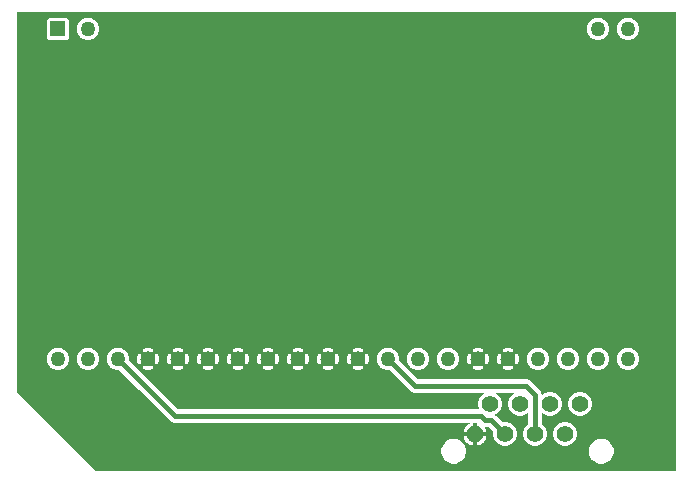
<source format=gbl>
G04 This is an RS-274x file exported by *
G04 gerbv version 2.6A *
G04 More information is available about gerbv at *
G04 http://gerbv.geda-project.org/ *
G04 --End of header info--*
%MOIN*%
%FSLAX34Y34*%
%IPPOS*%
G04 --Define apertures--*
%ADD10C,0.0150*%
%ADD11C,0.0001*%
%ADD12C,0.0500*%
%ADD13C,0.0551*%
%ADD14C,0.0256*%
%ADD15C,0.0315*%
%ADD16C,0.0591*%
G04 --Start main section--*
G54D10*
G01X0016250Y0002485D02*
G01X0016450Y0002485D01*
G01X0016450Y0002485D02*
G01X0016900Y0002035D01*
G01X0017900Y0002035D02*
G01X0017900Y0003335D01*
G01X0017900Y0003335D02*
G01X0017600Y0003635D01*
G01X0016250Y0002485D02*
G01X0016100Y0002635D01*
G01X0017600Y0003635D02*
G01X0013900Y0003635D01*
G01X0013900Y0003635D02*
G01X0013000Y0004535D01*
G01X0016100Y0002635D02*
G01X0005900Y0002635D01*
G01X0005900Y0002635D02*
G01X0004000Y0004535D01*
G54D11*
G36*
G01X0022610Y0000816D02*
G01X0020999Y0000816D01*
G01X0020999Y0004166D01*
G01X0021000Y0004166D01*
G01X0021058Y0004171D01*
G01X0021114Y0004184D01*
G01X0021168Y0004206D01*
G01X0021217Y0004237D01*
G01X0021261Y0004274D01*
G01X0021299Y0004318D01*
G01X0021329Y0004368D01*
G01X0021351Y0004421D01*
G01X0021365Y0004478D01*
G01X0021368Y0004535D01*
G01X0021365Y0004593D01*
G01X0021351Y0004650D01*
G01X0021329Y0004703D01*
G01X0021299Y0004753D01*
G01X0021261Y0004797D01*
G01X0021217Y0004834D01*
G01X0021168Y0004864D01*
G01X0021114Y0004887D01*
G01X0021058Y0004900D01*
G01X0021000Y0004905D01*
G01X0020999Y0004905D01*
G01X0020999Y0015166D01*
G01X0021000Y0015166D01*
G01X0021058Y0015171D01*
G01X0021114Y0015184D01*
G01X0021168Y0015206D01*
G01X0021217Y0015237D01*
G01X0021261Y0015274D01*
G01X0021299Y0015318D01*
G01X0021329Y0015368D01*
G01X0021351Y0015421D01*
G01X0021365Y0015478D01*
G01X0021368Y0015535D01*
G01X0021365Y0015593D01*
G01X0021351Y0015650D01*
G01X0021329Y0015703D01*
G01X0021299Y0015753D01*
G01X0021261Y0015797D01*
G01X0021217Y0015834D01*
G01X0021168Y0015864D01*
G01X0021114Y0015887D01*
G01X0021058Y0015900D01*
G01X0021000Y0015905D01*
G01X0020999Y0015905D01*
G01X0020999Y0016114D01*
G01X0022610Y0016114D01*
G01X0022610Y0000816D01*
G37*
G36*
G01X0020999Y0000816D02*
G01X0019999Y0000816D01*
G01X0019999Y0001057D01*
G01X0020045Y0001046D01*
G01X0020110Y0001041D01*
G01X0020175Y0001046D01*
G01X0020238Y0001061D01*
G01X0020298Y0001086D01*
G01X0020354Y0001120D01*
G01X0020403Y0001162D01*
G01X0020446Y0001212D01*
G01X0020480Y0001267D01*
G01X0020504Y0001327D01*
G01X0020520Y0001391D01*
G01X0020523Y0001455D01*
G01X0020520Y0001520D01*
G01X0020504Y0001584D01*
G01X0020480Y0001644D01*
G01X0020446Y0001699D01*
G01X0020403Y0001749D01*
G01X0020354Y0001791D01*
G01X0020298Y0001825D01*
G01X0020238Y0001850D01*
G01X0020175Y0001865D01*
G01X0020110Y0001870D01*
G01X0020045Y0001865D01*
G01X0019999Y0001854D01*
G01X0019999Y0004166D01*
G01X0020000Y0004166D01*
G01X0020058Y0004171D01*
G01X0020114Y0004184D01*
G01X0020168Y0004206D01*
G01X0020217Y0004237D01*
G01X0020261Y0004274D01*
G01X0020299Y0004318D01*
G01X0020329Y0004368D01*
G01X0020351Y0004421D01*
G01X0020365Y0004478D01*
G01X0020368Y0004535D01*
G01X0020365Y0004593D01*
G01X0020351Y0004650D01*
G01X0020329Y0004703D01*
G01X0020299Y0004753D01*
G01X0020261Y0004797D01*
G01X0020217Y0004834D01*
G01X0020168Y0004864D01*
G01X0020114Y0004887D01*
G01X0020058Y0004900D01*
G01X0020000Y0004905D01*
G01X0019999Y0004905D01*
G01X0019999Y0015166D01*
G01X0020000Y0015166D01*
G01X0020058Y0015171D01*
G01X0020114Y0015184D01*
G01X0020168Y0015206D01*
G01X0020217Y0015237D01*
G01X0020261Y0015274D01*
G01X0020299Y0015318D01*
G01X0020329Y0015368D01*
G01X0020351Y0015421D01*
G01X0020365Y0015478D01*
G01X0020368Y0015535D01*
G01X0020365Y0015593D01*
G01X0020351Y0015650D01*
G01X0020329Y0015703D01*
G01X0020299Y0015753D01*
G01X0020261Y0015797D01*
G01X0020217Y0015834D01*
G01X0020168Y0015864D01*
G01X0020114Y0015887D01*
G01X0020058Y0015900D01*
G01X0020000Y0015905D01*
G01X0019999Y0015905D01*
G01X0019999Y0016114D01*
G01X0020999Y0016114D01*
G01X0020999Y0015905D01*
G01X0020942Y0015900D01*
G01X0020886Y0015887D01*
G01X0020832Y0015864D01*
G01X0020783Y0015834D01*
G01X0020739Y0015797D01*
G01X0020701Y0015753D01*
G01X0020671Y0015703D01*
G01X0020649Y0015650D01*
G01X0020635Y0015593D01*
G01X0020631Y0015535D01*
G01X0020635Y0015478D01*
G01X0020649Y0015421D01*
G01X0020671Y0015368D01*
G01X0020701Y0015318D01*
G01X0020739Y0015274D01*
G01X0020783Y0015237D01*
G01X0020832Y0015206D01*
G01X0020886Y0015184D01*
G01X0020942Y0015171D01*
G01X0020999Y0015166D01*
G01X0020999Y0004905D01*
G01X0020942Y0004900D01*
G01X0020886Y0004887D01*
G01X0020832Y0004864D01*
G01X0020783Y0004834D01*
G01X0020739Y0004797D01*
G01X0020701Y0004753D01*
G01X0020671Y0004703D01*
G01X0020649Y0004650D01*
G01X0020635Y0004593D01*
G01X0020631Y0004535D01*
G01X0020635Y0004478D01*
G01X0020649Y0004421D01*
G01X0020671Y0004368D01*
G01X0020701Y0004318D01*
G01X0020739Y0004274D01*
G01X0020783Y0004237D01*
G01X0020832Y0004206D01*
G01X0020886Y0004184D01*
G01X0020942Y0004171D01*
G01X0020999Y0004166D01*
G01X0020999Y0000816D01*
G37*
G36*
G01X0016115Y0003410D02*
G01X0016277Y0003410D01*
G01X0016221Y0003387D01*
G01X0016168Y0003355D01*
G01X0016121Y0003315D01*
G01X0016115Y0003308D01*
G01X0016115Y0003410D01*
G37*
G36*
G01X0019999Y0000816D02*
G01X0019399Y0000816D01*
G01X0019399Y0002641D01*
G01X0019400Y0002641D01*
G01X0019462Y0002645D01*
G01X0019522Y0002660D01*
G01X0019579Y0002684D01*
G01X0019632Y0002716D01*
G01X0019679Y0002756D01*
G01X0019720Y0002803D01*
G01X0019752Y0002856D01*
G01X0019776Y0002913D01*
G01X0019790Y0002974D01*
G01X0019794Y0003035D01*
G01X0019790Y0003097D01*
G01X0019776Y0003157D01*
G01X0019752Y0003215D01*
G01X0019720Y0003268D01*
G01X0019679Y0003315D01*
G01X0019632Y0003355D01*
G01X0019579Y0003387D01*
G01X0019522Y0003411D01*
G01X0019462Y0003426D01*
G01X0019400Y0003430D01*
G01X0019399Y0003430D01*
G01X0019399Y0016114D01*
G01X0019999Y0016114D01*
G01X0019999Y0015905D01*
G01X0019942Y0015900D01*
G01X0019886Y0015887D01*
G01X0019832Y0015864D01*
G01X0019783Y0015834D01*
G01X0019739Y0015797D01*
G01X0019701Y0015753D01*
G01X0019671Y0015703D01*
G01X0019649Y0015650D01*
G01X0019635Y0015593D01*
G01X0019631Y0015535D01*
G01X0019635Y0015478D01*
G01X0019649Y0015421D01*
G01X0019671Y0015368D01*
G01X0019701Y0015318D01*
G01X0019739Y0015274D01*
G01X0019783Y0015237D01*
G01X0019832Y0015206D01*
G01X0019886Y0015184D01*
G01X0019942Y0015171D01*
G01X0019999Y0015166D01*
G01X0019999Y0004905D01*
G01X0019942Y0004900D01*
G01X0019886Y0004887D01*
G01X0019832Y0004864D01*
G01X0019783Y0004834D01*
G01X0019739Y0004797D01*
G01X0019701Y0004753D01*
G01X0019671Y0004703D01*
G01X0019649Y0004650D01*
G01X0019635Y0004593D01*
G01X0019631Y0004535D01*
G01X0019635Y0004478D01*
G01X0019649Y0004421D01*
G01X0019671Y0004368D01*
G01X0019701Y0004318D01*
G01X0019739Y0004274D01*
G01X0019783Y0004237D01*
G01X0019832Y0004206D01*
G01X0019886Y0004184D01*
G01X0019942Y0004171D01*
G01X0019999Y0004166D01*
G01X0019999Y0001854D01*
G01X0019982Y0001850D01*
G01X0019922Y0001825D01*
G01X0019866Y0001791D01*
G01X0019817Y0001749D01*
G01X0019775Y0001699D01*
G01X0019741Y0001644D01*
G01X0019716Y0001584D01*
G01X0019700Y0001520D01*
G01X0019695Y0001455D01*
G01X0019700Y0001391D01*
G01X0019716Y0001327D01*
G01X0019741Y0001267D01*
G01X0019775Y0001212D01*
G01X0019817Y0001162D01*
G01X0019866Y0001120D01*
G01X0019922Y0001086D01*
G01X0019982Y0001061D01*
G01X0019999Y0001057D01*
G01X0019999Y0000816D01*
G37*
G36*
G01X0019399Y0000816D02*
G01X0018899Y0000816D01*
G01X0018899Y0001641D01*
G01X0018900Y0001641D01*
G01X0018962Y0001645D01*
G01X0019022Y0001660D01*
G01X0019079Y0001684D01*
G01X0019132Y0001716D01*
G01X0019179Y0001756D01*
G01X0019220Y0001803D01*
G01X0019252Y0001856D01*
G01X0019276Y0001913D01*
G01X0019290Y0001974D01*
G01X0019294Y0002035D01*
G01X0019290Y0002097D01*
G01X0019276Y0002158D01*
G01X0019252Y0002215D01*
G01X0019220Y0002268D01*
G01X0019179Y0002315D01*
G01X0019132Y0002355D01*
G01X0019079Y0002387D01*
G01X0019022Y0002411D01*
G01X0018962Y0002426D01*
G01X0018900Y0002430D01*
G01X0018899Y0002430D01*
G01X0018899Y0004181D01*
G01X0018942Y0004171D01*
G01X0019000Y0004166D01*
G01X0019058Y0004171D01*
G01X0019114Y0004184D01*
G01X0019168Y0004206D01*
G01X0019217Y0004237D01*
G01X0019261Y0004274D01*
G01X0019299Y0004318D01*
G01X0019329Y0004368D01*
G01X0019351Y0004421D01*
G01X0019365Y0004478D01*
G01X0019368Y0004535D01*
G01X0019365Y0004593D01*
G01X0019351Y0004650D01*
G01X0019329Y0004703D01*
G01X0019299Y0004753D01*
G01X0019261Y0004797D01*
G01X0019217Y0004834D01*
G01X0019168Y0004864D01*
G01X0019114Y0004887D01*
G01X0019058Y0004900D01*
G01X0019000Y0004905D01*
G01X0018942Y0004900D01*
G01X0018899Y0004890D01*
G01X0018899Y0016114D01*
G01X0019399Y0016114D01*
G01X0019399Y0003430D01*
G01X0019338Y0003426D01*
G01X0019278Y0003411D01*
G01X0019221Y0003387D01*
G01X0019168Y0003355D01*
G01X0019121Y0003315D01*
G01X0019081Y0003268D01*
G01X0019048Y0003215D01*
G01X0019024Y0003157D01*
G01X0019010Y0003097D01*
G01X0019005Y0003035D01*
G01X0019010Y0002974D01*
G01X0019024Y0002913D01*
G01X0019048Y0002856D01*
G01X0019081Y0002803D01*
G01X0019121Y0002756D01*
G01X0019168Y0002716D01*
G01X0019221Y0002684D01*
G01X0019278Y0002660D01*
G01X0019338Y0002645D01*
G01X0019399Y0002641D01*
G01X0019399Y0000816D01*
G37*
G36*
G01X0018899Y0000816D02*
G01X0017999Y0000816D01*
G01X0017999Y0001654D01*
G01X0018022Y0001660D01*
G01X0018079Y0001684D01*
G01X0018132Y0001716D01*
G01X0018179Y0001756D01*
G01X0018220Y0001803D01*
G01X0018252Y0001856D01*
G01X0018276Y0001913D01*
G01X0018290Y0001974D01*
G01X0018294Y0002035D01*
G01X0018290Y0002097D01*
G01X0018276Y0002158D01*
G01X0018252Y0002215D01*
G01X0018220Y0002268D01*
G01X0018179Y0002315D01*
G01X0018132Y0002355D01*
G01X0018125Y0002359D01*
G01X0018125Y0002753D01*
G01X0018168Y0002716D01*
G01X0018221Y0002684D01*
G01X0018278Y0002660D01*
G01X0018338Y0002645D01*
G01X0018400Y0002641D01*
G01X0018462Y0002645D01*
G01X0018522Y0002660D01*
G01X0018579Y0002684D01*
G01X0018632Y0002716D01*
G01X0018679Y0002756D01*
G01X0018720Y0002803D01*
G01X0018752Y0002856D01*
G01X0018776Y0002913D01*
G01X0018790Y0002974D01*
G01X0018794Y0003035D01*
G01X0018790Y0003097D01*
G01X0018776Y0003157D01*
G01X0018752Y0003215D01*
G01X0018720Y0003268D01*
G01X0018679Y0003315D01*
G01X0018632Y0003355D01*
G01X0018579Y0003387D01*
G01X0018522Y0003411D01*
G01X0018462Y0003426D01*
G01X0018400Y0003430D01*
G01X0018338Y0003426D01*
G01X0018278Y0003411D01*
G01X0018221Y0003387D01*
G01X0018168Y0003355D01*
G01X0018125Y0003318D01*
G01X0018125Y0003327D01*
G01X0018126Y0003335D01*
G01X0018123Y0003371D01*
G01X0018115Y0003405D01*
G01X0018111Y0003415D01*
G01X0018101Y0003438D01*
G01X0018090Y0003457D01*
G01X0018083Y0003468D01*
G01X0018083Y0003468D01*
G01X0018060Y0003495D01*
G01X0018053Y0003501D01*
G01X0017999Y0003554D01*
G01X0017999Y0004166D01*
G01X0018000Y0004166D01*
G01X0018058Y0004171D01*
G01X0018114Y0004184D01*
G01X0018168Y0004206D01*
G01X0018217Y0004237D01*
G01X0018261Y0004274D01*
G01X0018299Y0004318D01*
G01X0018329Y0004368D01*
G01X0018351Y0004421D01*
G01X0018365Y0004478D01*
G01X0018368Y0004535D01*
G01X0018365Y0004593D01*
G01X0018351Y0004650D01*
G01X0018329Y0004703D01*
G01X0018299Y0004753D01*
G01X0018261Y0004797D01*
G01X0018217Y0004834D01*
G01X0018168Y0004864D01*
G01X0018114Y0004887D01*
G01X0018058Y0004900D01*
G01X0018000Y0004905D01*
G01X0017999Y0004905D01*
G01X0017999Y0016114D01*
G01X0018899Y0016114D01*
G01X0018899Y0004890D01*
G01X0018886Y0004887D01*
G01X0018832Y0004864D01*
G01X0018783Y0004834D01*
G01X0018739Y0004797D01*
G01X0018701Y0004753D01*
G01X0018671Y0004703D01*
G01X0018649Y0004650D01*
G01X0018635Y0004593D01*
G01X0018631Y0004535D01*
G01X0018635Y0004478D01*
G01X0018649Y0004421D01*
G01X0018671Y0004368D01*
G01X0018701Y0004318D01*
G01X0018739Y0004274D01*
G01X0018783Y0004237D01*
G01X0018832Y0004206D01*
G01X0018886Y0004184D01*
G01X0018899Y0004181D01*
G01X0018899Y0002430D01*
G01X0018838Y0002426D01*
G01X0018778Y0002411D01*
G01X0018721Y0002387D01*
G01X0018668Y0002355D01*
G01X0018621Y0002315D01*
G01X0018581Y0002268D01*
G01X0018548Y0002215D01*
G01X0018524Y0002158D01*
G01X0018510Y0002097D01*
G01X0018505Y0002035D01*
G01X0018510Y0001974D01*
G01X0018524Y0001913D01*
G01X0018548Y0001856D01*
G01X0018581Y0001803D01*
G01X0018621Y0001756D01*
G01X0018668Y0001716D01*
G01X0018721Y0001684D01*
G01X0018778Y0001660D01*
G01X0018838Y0001645D01*
G01X0018899Y0001641D01*
G01X0018899Y0000816D01*
G37*
G36*
G01X0017999Y0003554D02*
G01X0017765Y0003788D01*
G01X0017760Y0003795D01*
G01X0017733Y0003818D01*
G01X0017703Y0003837D01*
G01X0017670Y0003850D01*
G01X0017635Y0003858D01*
G01X0017635Y0003858D01*
G01X0017600Y0003861D01*
G01X0017591Y0003860D01*
G01X0017297Y0003860D01*
G01X0017297Y0004356D01*
G01X0017298Y0004356D01*
G01X0017306Y0004359D01*
G01X0017315Y0004363D01*
G01X0017322Y0004369D01*
G01X0017329Y0004375D01*
G01X0017334Y0004383D01*
G01X0017339Y0004391D01*
G01X0017351Y0004422D01*
G01X0017359Y0004454D01*
G01X0017365Y0004486D01*
G01X0017368Y0004519D01*
G01X0017368Y0004552D01*
G01X0017365Y0004585D01*
G01X0017359Y0004617D01*
G01X0017351Y0004649D01*
G01X0017339Y0004680D01*
G01X0017335Y0004688D01*
G01X0017329Y0004696D01*
G01X0017322Y0004702D01*
G01X0017315Y0004708D01*
G01X0017307Y0004712D01*
G01X0017298Y0004715D01*
G01X0017297Y0004715D01*
G01X0017297Y0016114D01*
G01X0017999Y0016114D01*
G01X0017999Y0004905D01*
G01X0017942Y0004900D01*
G01X0017886Y0004887D01*
G01X0017832Y0004864D01*
G01X0017783Y0004834D01*
G01X0017739Y0004797D01*
G01X0017701Y0004753D01*
G01X0017671Y0004703D01*
G01X0017649Y0004650D01*
G01X0017635Y0004593D01*
G01X0017631Y0004535D01*
G01X0017635Y0004478D01*
G01X0017649Y0004421D01*
G01X0017671Y0004368D01*
G01X0017701Y0004318D01*
G01X0017739Y0004274D01*
G01X0017783Y0004237D01*
G01X0017832Y0004206D01*
G01X0017886Y0004184D01*
G01X0017942Y0004171D01*
G01X0017999Y0004166D01*
G01X0017999Y0003554D01*
G37*
G36*
G01X0017297Y0003860D02*
G01X0017000Y0003860D01*
G01X0017000Y0004167D01*
G01X0017017Y0004167D01*
G01X0017049Y0004170D01*
G01X0017082Y0004176D01*
G01X0017114Y0004185D01*
G01X0017145Y0004197D01*
G01X0017153Y0004201D01*
G01X0017160Y0004206D01*
G01X0017167Y0004213D01*
G01X0017172Y0004221D01*
G01X0017177Y0004229D01*
G01X0017179Y0004238D01*
G01X0017181Y0004247D01*
G01X0017181Y0004257D01*
G01X0017179Y0004266D01*
G01X0017176Y0004275D01*
G01X0017172Y0004283D01*
G01X0017166Y0004290D01*
G01X0017159Y0004297D01*
G01X0017152Y0004302D01*
G01X0017144Y0004306D01*
G01X0017135Y0004309D01*
G01X0017125Y0004311D01*
G01X0017116Y0004310D01*
G01X0017107Y0004309D01*
G01X0017098Y0004306D01*
G01X0017077Y0004298D01*
G01X0017056Y0004292D01*
G01X0017034Y0004288D01*
G01X0017011Y0004286D01*
G01X0017000Y0004286D01*
G01X0017000Y0004785D01*
G01X0017011Y0004785D01*
G01X0017034Y0004783D01*
G01X0017056Y0004779D01*
G01X0017077Y0004773D01*
G01X0017098Y0004765D01*
G01X0017107Y0004762D01*
G01X0017116Y0004761D01*
G01X0017125Y0004761D01*
G01X0017135Y0004762D01*
G01X0017143Y0004765D01*
G01X0017152Y0004769D01*
G01X0017159Y0004774D01*
G01X0017166Y0004781D01*
G01X0017172Y0004788D01*
G01X0017176Y0004797D01*
G01X0017179Y0004805D01*
G01X0017180Y0004814D01*
G01X0017180Y0004824D01*
G01X0017179Y0004833D01*
G01X0017176Y0004842D01*
G01X0017172Y0004850D01*
G01X0017167Y0004858D01*
G01X0017160Y0004864D01*
G01X0017153Y0004870D01*
G01X0017144Y0004874D01*
G01X0017114Y0004886D01*
G01X0017082Y0004895D01*
G01X0017049Y0004901D01*
G01X0017017Y0004904D01*
G01X0017000Y0004904D01*
G01X0017000Y0016114D01*
G01X0017297Y0016114D01*
G01X0017297Y0004715D01*
G01X0017288Y0004716D01*
G01X0017279Y0004716D01*
G01X0017270Y0004714D01*
G01X0017261Y0004711D01*
G01X0017253Y0004707D01*
G01X0017245Y0004702D01*
G01X0017239Y0004695D01*
G01X0017233Y0004687D01*
G01X0017229Y0004679D01*
G01X0017226Y0004670D01*
G01X0017225Y0004661D01*
G01X0017225Y0004651D01*
G01X0017227Y0004642D01*
G01X0017230Y0004633D01*
G01X0017238Y0004613D01*
G01X0017244Y0004591D01*
G01X0017248Y0004569D01*
G01X0017250Y0004547D01*
G01X0017250Y0004524D01*
G01X0017248Y0004502D01*
G01X0017244Y0004480D01*
G01X0017238Y0004458D01*
G01X0017230Y0004437D01*
G01X0017227Y0004429D01*
G01X0017225Y0004419D01*
G01X0017225Y0004410D01*
G01X0017227Y0004401D01*
G01X0017229Y0004392D01*
G01X0017233Y0004384D01*
G01X0017239Y0004376D01*
G01X0017245Y0004370D01*
G01X0017253Y0004364D01*
G01X0017261Y0004360D01*
G01X0017270Y0004357D01*
G01X0017279Y0004355D01*
G01X0017288Y0004355D01*
G01X0017297Y0004356D01*
G01X0017297Y0003860D01*
G37*
G36*
G01X0017000Y0003860D02*
G01X0016704Y0003860D01*
G01X0016704Y0004356D01*
G01X0016712Y0004355D01*
G01X0016721Y0004355D01*
G01X0016730Y0004357D01*
G01X0016739Y0004359D01*
G01X0016747Y0004364D01*
G01X0016755Y0004369D01*
G01X0016761Y0004376D01*
G01X0016767Y0004384D01*
G01X0016771Y0004392D01*
G01X0016774Y0004401D01*
G01X0016775Y0004410D01*
G01X0016775Y0004420D01*
G01X0016773Y0004429D01*
G01X0016770Y0004437D01*
G01X0016762Y0004458D01*
G01X0016756Y0004480D01*
G01X0016752Y0004502D01*
G01X0016750Y0004524D01*
G01X0016750Y0004547D01*
G01X0016752Y0004569D01*
G01X0016756Y0004591D01*
G01X0016762Y0004613D01*
G01X0016770Y0004634D01*
G01X0016773Y0004642D01*
G01X0016775Y0004651D01*
G01X0016775Y0004661D01*
G01X0016774Y0004670D01*
G01X0016771Y0004679D01*
G01X0016767Y0004687D01*
G01X0016761Y0004695D01*
G01X0016755Y0004701D01*
G01X0016747Y0004707D01*
G01X0016739Y0004711D01*
G01X0016730Y0004714D01*
G01X0016721Y0004716D01*
G01X0016712Y0004716D01*
G01X0016704Y0004715D01*
G01X0016704Y0016114D01*
G01X0017000Y0016114D01*
G01X0017000Y0004904D01*
G01X0016984Y0004904D01*
G01X0016951Y0004901D01*
G01X0016918Y0004895D01*
G01X0016886Y0004886D01*
G01X0016855Y0004874D01*
G01X0016847Y0004870D01*
G01X0016840Y0004865D01*
G01X0016833Y0004858D01*
G01X0016828Y0004850D01*
G01X0016824Y0004842D01*
G01X0016821Y0004833D01*
G01X0016819Y0004824D01*
G01X0016820Y0004814D01*
G01X0016821Y0004805D01*
G01X0016824Y0004796D01*
G01X0016828Y0004788D01*
G01X0016834Y0004781D01*
G01X0016841Y0004774D01*
G01X0016848Y0004769D01*
G01X0016857Y0004765D01*
G01X0016866Y0004762D01*
G01X0016875Y0004760D01*
G01X0016884Y0004760D01*
G01X0016893Y0004762D01*
G01X0016902Y0004765D01*
G01X0016923Y0004773D01*
G01X0016945Y0004779D01*
G01X0016967Y0004783D01*
G01X0016989Y0004785D01*
G01X0017000Y0004785D01*
G01X0017000Y0004286D01*
G01X0016989Y0004286D01*
G01X0016967Y0004288D01*
G01X0016945Y0004292D01*
G01X0016923Y0004298D01*
G01X0016902Y0004306D01*
G01X0016893Y0004309D01*
G01X0016884Y0004310D01*
G01X0016875Y0004310D01*
G01X0016866Y0004309D01*
G01X0016857Y0004306D01*
G01X0016848Y0004302D01*
G01X0016841Y0004297D01*
G01X0016834Y0004290D01*
G01X0016829Y0004283D01*
G01X0016824Y0004274D01*
G01X0016821Y0004266D01*
G01X0016820Y0004256D01*
G01X0016820Y0004247D01*
G01X0016821Y0004238D01*
G01X0016824Y0004229D01*
G01X0016828Y0004221D01*
G01X0016833Y0004213D01*
G01X0016840Y0004207D01*
G01X0016847Y0004201D01*
G01X0016856Y0004197D01*
G01X0016886Y0004185D01*
G01X0016918Y0004176D01*
G01X0016951Y0004170D01*
G01X0016984Y0004167D01*
G01X0017000Y0004167D01*
G01X0017000Y0003860D01*
G37*
G36*
G01X0016704Y0003860D02*
G01X0016297Y0003860D01*
G01X0016297Y0004356D01*
G01X0016298Y0004356D01*
G01X0016306Y0004359D01*
G01X0016315Y0004363D01*
G01X0016322Y0004369D01*
G01X0016329Y0004375D01*
G01X0016334Y0004383D01*
G01X0016339Y0004391D01*
G01X0016350Y0004422D01*
G01X0016359Y0004454D01*
G01X0016365Y0004486D01*
G01X0016368Y0004519D01*
G01X0016368Y0004552D01*
G01X0016365Y0004585D01*
G01X0016359Y0004617D01*
G01X0016350Y0004649D01*
G01X0016339Y0004680D01*
G01X0016335Y0004688D01*
G01X0016329Y0004696D01*
G01X0016322Y0004702D01*
G01X0016315Y0004708D01*
G01X0016307Y0004712D01*
G01X0016298Y0004715D01*
G01X0016297Y0004715D01*
G01X0016297Y0016114D01*
G01X0016704Y0016114D01*
G01X0016704Y0004715D01*
G01X0016703Y0004714D01*
G01X0016694Y0004712D01*
G01X0016685Y0004708D01*
G01X0016678Y0004702D01*
G01X0016671Y0004696D01*
G01X0016666Y0004688D01*
G01X0016661Y0004680D01*
G01X0016650Y0004649D01*
G01X0016641Y0004617D01*
G01X0016635Y0004585D01*
G01X0016632Y0004552D01*
G01X0016632Y0004519D01*
G01X0016635Y0004486D01*
G01X0016641Y0004454D01*
G01X0016650Y0004422D01*
G01X0016661Y0004391D01*
G01X0016665Y0004383D01*
G01X0016671Y0004375D01*
G01X0016678Y0004369D01*
G01X0016685Y0004363D01*
G01X0016694Y0004359D01*
G01X0016703Y0004356D01*
G01X0016704Y0004356D01*
G01X0016704Y0003860D01*
G37*
G36*
G01X0016297Y0003860D02*
G01X0016115Y0003860D01*
G01X0016115Y0004185D01*
G01X0016145Y0004197D01*
G01X0016153Y0004201D01*
G01X0016160Y0004206D01*
G01X0016167Y0004213D01*
G01X0016172Y0004221D01*
G01X0016177Y0004229D01*
G01X0016179Y0004238D01*
G01X0016181Y0004247D01*
G01X0016181Y0004257D01*
G01X0016179Y0004266D01*
G01X0016176Y0004275D01*
G01X0016172Y0004283D01*
G01X0016166Y0004290D01*
G01X0016159Y0004297D01*
G01X0016152Y0004302D01*
G01X0016144Y0004306D01*
G01X0016135Y0004309D01*
G01X0016125Y0004311D01*
G01X0016116Y0004310D01*
G01X0016115Y0004310D01*
G01X0016115Y0004761D01*
G01X0016116Y0004761D01*
G01X0016125Y0004761D01*
G01X0016135Y0004762D01*
G01X0016143Y0004765D01*
G01X0016152Y0004769D01*
G01X0016159Y0004774D01*
G01X0016166Y0004781D01*
G01X0016172Y0004788D01*
G01X0016176Y0004797D01*
G01X0016179Y0004805D01*
G01X0016180Y0004814D01*
G01X0016180Y0004824D01*
G01X0016179Y0004833D01*
G01X0016176Y0004842D01*
G01X0016172Y0004850D01*
G01X0016167Y0004858D01*
G01X0016160Y0004864D01*
G01X0016153Y0004870D01*
G01X0016144Y0004874D01*
G01X0016115Y0004885D01*
G01X0016115Y0016114D01*
G01X0016297Y0016114D01*
G01X0016297Y0004715D01*
G01X0016288Y0004716D01*
G01X0016279Y0004716D01*
G01X0016270Y0004714D01*
G01X0016261Y0004711D01*
G01X0016253Y0004707D01*
G01X0016245Y0004702D01*
G01X0016239Y0004695D01*
G01X0016233Y0004687D01*
G01X0016229Y0004679D01*
G01X0016226Y0004670D01*
G01X0016225Y0004661D01*
G01X0016225Y0004651D01*
G01X0016227Y0004642D01*
G01X0016230Y0004633D01*
G01X0016238Y0004613D01*
G01X0016244Y0004591D01*
G01X0016248Y0004569D01*
G01X0016250Y0004547D01*
G01X0016250Y0004524D01*
G01X0016248Y0004502D01*
G01X0016244Y0004480D01*
G01X0016238Y0004458D01*
G01X0016230Y0004437D01*
G01X0016227Y0004429D01*
G01X0016225Y0004419D01*
G01X0016225Y0004410D01*
G01X0016227Y0004401D01*
G01X0016229Y0004392D01*
G01X0016233Y0004384D01*
G01X0016239Y0004376D01*
G01X0016245Y0004370D01*
G01X0016253Y0004364D01*
G01X0016261Y0004360D01*
G01X0016270Y0004357D01*
G01X0016279Y0004355D01*
G01X0016288Y0004355D01*
G01X0016297Y0004356D01*
G01X0016297Y0003860D01*
G37*
G36*
G01X0017999Y0000816D02*
G01X0016115Y0000816D01*
G01X0016115Y0001706D01*
G01X0016136Y0001720D01*
G01X0016165Y0001744D01*
G01X0016192Y0001770D01*
G01X0016216Y0001800D01*
G01X0016237Y0001831D01*
G01X0016255Y0001864D01*
G01X0016270Y0001899D01*
G01X0016272Y0001908D01*
G01X0016274Y0001918D01*
G01X0016273Y0001927D01*
G01X0016271Y0001936D01*
G01X0016268Y0001945D01*
G01X0016264Y0001953D01*
G01X0016258Y0001960D01*
G01X0016251Y0001967D01*
G01X0016243Y0001972D01*
G01X0016235Y0001976D01*
G01X0016226Y0001978D01*
G01X0016216Y0001979D01*
G01X0016207Y0001979D01*
G01X0016198Y0001977D01*
G01X0016189Y0001974D01*
G01X0016181Y0001969D01*
G01X0016174Y0001964D01*
G01X0016167Y0001957D01*
G01X0016162Y0001949D01*
G01X0016158Y0001940D01*
G01X0016148Y0001916D01*
G01X0016136Y0001893D01*
G01X0016121Y0001871D01*
G01X0016115Y0001863D01*
G01X0016115Y0002207D01*
G01X0016121Y0002200D01*
G01X0016136Y0002178D01*
G01X0016148Y0002155D01*
G01X0016159Y0002131D01*
G01X0016162Y0002122D01*
G01X0016168Y0002115D01*
G01X0016174Y0002108D01*
G01X0016181Y0002102D01*
G01X0016189Y0002097D01*
G01X0016198Y0002094D01*
G01X0016207Y0002092D01*
G01X0016216Y0002092D01*
G01X0016226Y0002093D01*
G01X0016235Y0002096D01*
G01X0016243Y0002099D01*
G01X0016251Y0002105D01*
G01X0016258Y0002111D01*
G01X0016263Y0002118D01*
G01X0016268Y0002126D01*
G01X0016271Y0002135D01*
G01X0016273Y0002144D01*
G01X0016273Y0002153D01*
G01X0016272Y0002163D01*
G01X0016269Y0002172D01*
G01X0016255Y0002207D01*
G01X0016237Y0002240D01*
G01X0016222Y0002262D01*
G01X0016250Y0002260D01*
G01X0016259Y0002260D01*
G01X0016357Y0002260D01*
G01X0016512Y0002105D01*
G01X0016510Y0002097D01*
G01X0016505Y0002035D01*
G01X0016510Y0001974D01*
G01X0016524Y0001913D01*
G01X0016548Y0001856D01*
G01X0016581Y0001803D01*
G01X0016621Y0001756D01*
G01X0016668Y0001716D01*
G01X0016721Y0001684D01*
G01X0016778Y0001660D01*
G01X0016838Y0001645D01*
G01X0016900Y0001641D01*
G01X0016962Y0001645D01*
G01X0017022Y0001660D01*
G01X0017079Y0001684D01*
G01X0017132Y0001716D01*
G01X0017179Y0001756D01*
G01X0017220Y0001803D01*
G01X0017252Y0001856D01*
G01X0017276Y0001913D01*
G01X0017290Y0001974D01*
G01X0017294Y0002035D01*
G01X0017290Y0002097D01*
G01X0017276Y0002158D01*
G01X0017252Y0002215D01*
G01X0017220Y0002268D01*
G01X0017179Y0002315D01*
G01X0017132Y0002355D01*
G01X0017079Y0002387D01*
G01X0017022Y0002411D01*
G01X0016962Y0002426D01*
G01X0016900Y0002430D01*
G01X0016838Y0002426D01*
G01X0016830Y0002424D01*
G01X0016615Y0002638D01*
G01X0016610Y0002645D01*
G01X0016583Y0002668D01*
G01X0016583Y0002668D01*
G01X0016571Y0002675D01*
G01X0016566Y0002678D01*
G01X0016579Y0002684D01*
G01X0016632Y0002716D01*
G01X0016679Y0002756D01*
G01X0016720Y0002803D01*
G01X0016752Y0002856D01*
G01X0016776Y0002913D01*
G01X0016790Y0002974D01*
G01X0016794Y0003035D01*
G01X0016790Y0003097D01*
G01X0016776Y0003157D01*
G01X0016752Y0003215D01*
G01X0016720Y0003268D01*
G01X0016679Y0003315D01*
G01X0016632Y0003355D01*
G01X0016579Y0003387D01*
G01X0016524Y0003410D01*
G01X0017277Y0003410D01*
G01X0017221Y0003387D01*
G01X0017168Y0003355D01*
G01X0017121Y0003315D01*
G01X0017081Y0003268D01*
G01X0017048Y0003215D01*
G01X0017024Y0003157D01*
G01X0017010Y0003097D01*
G01X0017005Y0003035D01*
G01X0017010Y0002974D01*
G01X0017024Y0002913D01*
G01X0017048Y0002856D01*
G01X0017081Y0002803D01*
G01X0017121Y0002756D01*
G01X0017168Y0002716D01*
G01X0017221Y0002684D01*
G01X0017278Y0002660D01*
G01X0017338Y0002645D01*
G01X0017400Y0002641D01*
G01X0017462Y0002645D01*
G01X0017522Y0002660D01*
G01X0017579Y0002684D01*
G01X0017632Y0002716D01*
G01X0017675Y0002753D01*
G01X0017675Y0002359D01*
G01X0017668Y0002355D01*
G01X0017621Y0002315D01*
G01X0017581Y0002268D01*
G01X0017548Y0002215D01*
G01X0017524Y0002158D01*
G01X0017510Y0002097D01*
G01X0017505Y0002035D01*
G01X0017510Y0001974D01*
G01X0017524Y0001913D01*
G01X0017548Y0001856D01*
G01X0017581Y0001803D01*
G01X0017621Y0001756D01*
G01X0017668Y0001716D01*
G01X0017721Y0001684D01*
G01X0017778Y0001660D01*
G01X0017838Y0001645D01*
G01X0017900Y0001641D01*
G01X0017962Y0001645D01*
G01X0017999Y0001654D01*
G01X0017999Y0000816D01*
G37*
G36*
G01X0015704Y0003410D02*
G01X0016115Y0003410D01*
G01X0016115Y0003308D01*
G01X0016081Y0003268D01*
G01X0016048Y0003215D01*
G01X0016024Y0003157D01*
G01X0016010Y0003097D01*
G01X0016005Y0003035D01*
G01X0016010Y0002974D01*
G01X0016024Y0002913D01*
G01X0016046Y0002860D01*
G01X0015704Y0002860D01*
G01X0015704Y0003410D01*
G37*
G36*
G01X0016115Y0003860D02*
G01X0015704Y0003860D01*
G01X0015704Y0004356D01*
G01X0015712Y0004355D01*
G01X0015721Y0004355D01*
G01X0015730Y0004357D01*
G01X0015739Y0004359D01*
G01X0015747Y0004364D01*
G01X0015755Y0004369D01*
G01X0015761Y0004376D01*
G01X0015767Y0004384D01*
G01X0015771Y0004392D01*
G01X0015774Y0004401D01*
G01X0015775Y0004410D01*
G01X0015775Y0004420D01*
G01X0015773Y0004429D01*
G01X0015770Y0004437D01*
G01X0015762Y0004458D01*
G01X0015756Y0004480D01*
G01X0015752Y0004502D01*
G01X0015750Y0004524D01*
G01X0015750Y0004547D01*
G01X0015752Y0004569D01*
G01X0015756Y0004591D01*
G01X0015762Y0004613D01*
G01X0015770Y0004634D01*
G01X0015773Y0004642D01*
G01X0015775Y0004651D01*
G01X0015775Y0004661D01*
G01X0015774Y0004670D01*
G01X0015771Y0004679D01*
G01X0015767Y0004687D01*
G01X0015761Y0004695D01*
G01X0015755Y0004701D01*
G01X0015747Y0004707D01*
G01X0015739Y0004711D01*
G01X0015730Y0004714D01*
G01X0015721Y0004716D01*
G01X0015712Y0004716D01*
G01X0015704Y0004715D01*
G01X0015704Y0016114D01*
G01X0016115Y0016114D01*
G01X0016115Y0004885D01*
G01X0016114Y0004886D01*
G01X0016082Y0004895D01*
G01X0016049Y0004901D01*
G01X0016017Y0004904D01*
G01X0015984Y0004904D01*
G01X0015951Y0004901D01*
G01X0015918Y0004895D01*
G01X0015886Y0004886D01*
G01X0015855Y0004874D01*
G01X0015847Y0004870D01*
G01X0015840Y0004865D01*
G01X0015833Y0004858D01*
G01X0015828Y0004850D01*
G01X0015824Y0004842D01*
G01X0015821Y0004833D01*
G01X0015819Y0004824D01*
G01X0015820Y0004814D01*
G01X0015821Y0004805D01*
G01X0015824Y0004796D01*
G01X0015828Y0004788D01*
G01X0015834Y0004781D01*
G01X0015841Y0004774D01*
G01X0015848Y0004769D01*
G01X0015857Y0004765D01*
G01X0015865Y0004762D01*
G01X0015875Y0004760D01*
G01X0015884Y0004760D01*
G01X0015893Y0004762D01*
G01X0015902Y0004765D01*
G01X0015923Y0004773D01*
G01X0015945Y0004779D01*
G01X0015966Y0004783D01*
G01X0015989Y0004785D01*
G01X0016011Y0004785D01*
G01X0016034Y0004783D01*
G01X0016056Y0004779D01*
G01X0016077Y0004773D01*
G01X0016098Y0004765D01*
G01X0016107Y0004762D01*
G01X0016115Y0004761D01*
G01X0016115Y0004310D01*
G01X0016107Y0004309D01*
G01X0016098Y0004306D01*
G01X0016077Y0004298D01*
G01X0016056Y0004292D01*
G01X0016034Y0004288D01*
G01X0016011Y0004286D01*
G01X0015989Y0004286D01*
G01X0015966Y0004288D01*
G01X0015945Y0004292D01*
G01X0015923Y0004298D01*
G01X0015902Y0004306D01*
G01X0015893Y0004309D01*
G01X0015884Y0004310D01*
G01X0015875Y0004310D01*
G01X0015865Y0004309D01*
G01X0015857Y0004306D01*
G01X0015848Y0004302D01*
G01X0015841Y0004297D01*
G01X0015834Y0004290D01*
G01X0015829Y0004283D01*
G01X0015824Y0004274D01*
G01X0015821Y0004266D01*
G01X0015820Y0004256D01*
G01X0015820Y0004247D01*
G01X0015821Y0004238D01*
G01X0015824Y0004229D01*
G01X0015828Y0004221D01*
G01X0015833Y0004213D01*
G01X0015840Y0004207D01*
G01X0015847Y0004201D01*
G01X0015856Y0004197D01*
G01X0015886Y0004185D01*
G01X0015918Y0004176D01*
G01X0015951Y0004170D01*
G01X0015984Y0004167D01*
G01X0016017Y0004167D01*
G01X0016049Y0004170D01*
G01X0016082Y0004176D01*
G01X0016114Y0004185D01*
G01X0016115Y0004185D01*
G01X0016115Y0003860D01*
G37*
G36*
G01X0014999Y0003410D02*
G01X0015704Y0003410D01*
G01X0015704Y0002860D01*
G01X0014999Y0002860D01*
G01X0014999Y0003410D01*
G37*
G36*
G01X0015704Y0003860D02*
G01X0014999Y0003860D01*
G01X0014999Y0004166D01*
G01X0015000Y0004166D01*
G01X0015058Y0004171D01*
G01X0015114Y0004184D01*
G01X0015168Y0004206D01*
G01X0015217Y0004237D01*
G01X0015261Y0004274D01*
G01X0015299Y0004318D01*
G01X0015329Y0004368D01*
G01X0015351Y0004421D01*
G01X0015365Y0004478D01*
G01X0015368Y0004535D01*
G01X0015365Y0004593D01*
G01X0015351Y0004650D01*
G01X0015329Y0004703D01*
G01X0015299Y0004753D01*
G01X0015261Y0004797D01*
G01X0015217Y0004834D01*
G01X0015168Y0004864D01*
G01X0015114Y0004887D01*
G01X0015058Y0004900D01*
G01X0015000Y0004905D01*
G01X0014999Y0004905D01*
G01X0014999Y0016114D01*
G01X0015704Y0016114D01*
G01X0015704Y0004715D01*
G01X0015703Y0004714D01*
G01X0015694Y0004712D01*
G01X0015685Y0004708D01*
G01X0015678Y0004702D01*
G01X0015671Y0004696D01*
G01X0015666Y0004688D01*
G01X0015661Y0004680D01*
G01X0015650Y0004649D01*
G01X0015641Y0004617D01*
G01X0015635Y0004585D01*
G01X0015632Y0004552D01*
G01X0015632Y0004519D01*
G01X0015635Y0004486D01*
G01X0015641Y0004454D01*
G01X0015650Y0004422D01*
G01X0015661Y0004391D01*
G01X0015665Y0004383D01*
G01X0015671Y0004375D01*
G01X0015678Y0004369D01*
G01X0015685Y0004363D01*
G01X0015694Y0004359D01*
G01X0015703Y0004356D01*
G01X0015704Y0004356D01*
G01X0015704Y0003860D01*
G37*
G36*
G01X0013999Y0003410D02*
G01X0014999Y0003410D01*
G01X0014999Y0002860D01*
G01X0013999Y0002860D01*
G01X0013999Y0003410D01*
G37*
G36*
G01X0014999Y0003860D02*
G01X0013999Y0003860D01*
G01X0013999Y0004166D01*
G01X0014000Y0004166D01*
G01X0014058Y0004171D01*
G01X0014114Y0004184D01*
G01X0014168Y0004206D01*
G01X0014217Y0004237D01*
G01X0014261Y0004274D01*
G01X0014299Y0004318D01*
G01X0014329Y0004368D01*
G01X0014351Y0004421D01*
G01X0014365Y0004478D01*
G01X0014368Y0004535D01*
G01X0014365Y0004593D01*
G01X0014351Y0004650D01*
G01X0014329Y0004703D01*
G01X0014299Y0004753D01*
G01X0014261Y0004797D01*
G01X0014217Y0004834D01*
G01X0014168Y0004864D01*
G01X0014114Y0004887D01*
G01X0014058Y0004900D01*
G01X0014000Y0004905D01*
G01X0013999Y0004905D01*
G01X0013999Y0016114D01*
G01X0014999Y0016114D01*
G01X0014999Y0004905D01*
G01X0014942Y0004900D01*
G01X0014886Y0004887D01*
G01X0014832Y0004864D01*
G01X0014783Y0004834D01*
G01X0014739Y0004797D01*
G01X0014701Y0004753D01*
G01X0014671Y0004703D01*
G01X0014649Y0004650D01*
G01X0014635Y0004593D01*
G01X0014631Y0004535D01*
G01X0014635Y0004478D01*
G01X0014649Y0004421D01*
G01X0014671Y0004368D01*
G01X0014701Y0004318D01*
G01X0014739Y0004274D01*
G01X0014783Y0004237D01*
G01X0014832Y0004206D01*
G01X0014886Y0004184D01*
G01X0014942Y0004171D01*
G01X0014999Y0004166D01*
G01X0014999Y0003860D01*
G37*
G36*
G01X0013999Y0003860D02*
G01X0013993Y0003860D01*
G01X0013365Y0004488D01*
G01X0013368Y0004535D01*
G01X0013365Y0004593D01*
G01X0013351Y0004650D01*
G01X0013329Y0004703D01*
G01X0013299Y0004753D01*
G01X0013261Y0004797D01*
G01X0013217Y0004834D01*
G01X0013168Y0004864D01*
G01X0013114Y0004887D01*
G01X0013058Y0004900D01*
G01X0013000Y0004905D01*
G01X0012942Y0004900D01*
G01X0012886Y0004887D01*
G01X0012832Y0004864D01*
G01X0012783Y0004834D01*
G01X0012739Y0004797D01*
G01X0012701Y0004753D01*
G01X0012671Y0004703D01*
G01X0012649Y0004650D01*
G01X0012635Y0004593D01*
G01X0012631Y0004535D01*
G01X0012635Y0004478D01*
G01X0012649Y0004421D01*
G01X0012671Y0004368D01*
G01X0012701Y0004318D01*
G01X0012739Y0004274D01*
G01X0012783Y0004237D01*
G01X0012832Y0004206D01*
G01X0012886Y0004184D01*
G01X0012942Y0004171D01*
G01X0013000Y0004166D01*
G01X0013047Y0004170D01*
G01X0013735Y0003483D01*
G01X0013740Y0003476D01*
G01X0013767Y0003453D01*
G01X0013767Y0003453D01*
G01X0013786Y0003441D01*
G01X0013798Y0003434D01*
G01X0013830Y0003421D01*
G01X0013865Y0003413D01*
G01X0013865Y0003413D01*
G01X0013900Y0003410D01*
G01X0013909Y0003410D01*
G01X0013999Y0003410D01*
G01X0013999Y0002860D01*
G01X0012297Y0002860D01*
G01X0012297Y0004356D01*
G01X0012297Y0004356D01*
G01X0012306Y0004359D01*
G01X0012315Y0004363D01*
G01X0012322Y0004369D01*
G01X0012329Y0004375D01*
G01X0012334Y0004383D01*
G01X0012339Y0004391D01*
G01X0012351Y0004422D01*
G01X0012359Y0004454D01*
G01X0012365Y0004486D01*
G01X0012368Y0004519D01*
G01X0012368Y0004552D01*
G01X0012365Y0004585D01*
G01X0012359Y0004617D01*
G01X0012351Y0004649D01*
G01X0012339Y0004680D01*
G01X0012335Y0004688D01*
G01X0012329Y0004696D01*
G01X0012322Y0004702D01*
G01X0012315Y0004708D01*
G01X0012307Y0004712D01*
G01X0012297Y0004715D01*
G01X0012297Y0004715D01*
G01X0012297Y0016114D01*
G01X0013999Y0016114D01*
G01X0013999Y0004905D01*
G01X0013942Y0004900D01*
G01X0013886Y0004887D01*
G01X0013832Y0004864D01*
G01X0013783Y0004834D01*
G01X0013739Y0004797D01*
G01X0013701Y0004753D01*
G01X0013671Y0004703D01*
G01X0013649Y0004650D01*
G01X0013635Y0004593D01*
G01X0013631Y0004535D01*
G01X0013635Y0004478D01*
G01X0013649Y0004421D01*
G01X0013671Y0004368D01*
G01X0013701Y0004318D01*
G01X0013739Y0004274D01*
G01X0013783Y0004237D01*
G01X0013832Y0004206D01*
G01X0013886Y0004184D01*
G01X0013942Y0004171D01*
G01X0013999Y0004166D01*
G01X0013999Y0003860D01*
G37*
G36*
G01X0012297Y0002860D02*
G01X0012000Y0002860D01*
G01X0012000Y0004167D01*
G01X0012017Y0004167D01*
G01X0012049Y0004170D01*
G01X0012082Y0004176D01*
G01X0012114Y0004185D01*
G01X0012145Y0004197D01*
G01X0012153Y0004201D01*
G01X0012160Y0004206D01*
G01X0012167Y0004213D01*
G01X0012172Y0004221D01*
G01X0012176Y0004229D01*
G01X0012179Y0004238D01*
G01X0012181Y0004247D01*
G01X0012181Y0004257D01*
G01X0012179Y0004266D01*
G01X0012176Y0004275D01*
G01X0012172Y0004283D01*
G01X0012166Y0004290D01*
G01X0012159Y0004297D01*
G01X0012152Y0004302D01*
G01X0012144Y0004306D01*
G01X0012135Y0004309D01*
G01X0012125Y0004311D01*
G01X0012116Y0004310D01*
G01X0012107Y0004309D01*
G01X0012098Y0004306D01*
G01X0012077Y0004298D01*
G01X0012055Y0004292D01*
G01X0012034Y0004288D01*
G01X0012011Y0004286D01*
G01X0012000Y0004286D01*
G01X0012000Y0004785D01*
G01X0012011Y0004785D01*
G01X0012034Y0004783D01*
G01X0012055Y0004779D01*
G01X0012077Y0004773D01*
G01X0012098Y0004765D01*
G01X0012107Y0004762D01*
G01X0012116Y0004761D01*
G01X0012125Y0004761D01*
G01X0012135Y0004762D01*
G01X0012143Y0004765D01*
G01X0012152Y0004769D01*
G01X0012159Y0004774D01*
G01X0012166Y0004781D01*
G01X0012172Y0004788D01*
G01X0012176Y0004797D01*
G01X0012179Y0004805D01*
G01X0012180Y0004814D01*
G01X0012180Y0004824D01*
G01X0012179Y0004833D01*
G01X0012176Y0004842D01*
G01X0012172Y0004850D01*
G01X0012167Y0004858D01*
G01X0012160Y0004864D01*
G01X0012153Y0004870D01*
G01X0012144Y0004874D01*
G01X0012114Y0004886D01*
G01X0012082Y0004895D01*
G01X0012049Y0004901D01*
G01X0012017Y0004904D01*
G01X0012000Y0004904D01*
G01X0012000Y0016114D01*
G01X0012297Y0016114D01*
G01X0012297Y0004715D01*
G01X0012288Y0004716D01*
G01X0012279Y0004716D01*
G01X0012270Y0004714D01*
G01X0012261Y0004711D01*
G01X0012253Y0004707D01*
G01X0012245Y0004702D01*
G01X0012239Y0004695D01*
G01X0012233Y0004687D01*
G01X0012229Y0004679D01*
G01X0012226Y0004670D01*
G01X0012225Y0004661D01*
G01X0012225Y0004651D01*
G01X0012227Y0004642D01*
G01X0012230Y0004633D01*
G01X0012238Y0004613D01*
G01X0012244Y0004591D01*
G01X0012248Y0004569D01*
G01X0012250Y0004547D01*
G01X0012250Y0004524D01*
G01X0012248Y0004502D01*
G01X0012244Y0004480D01*
G01X0012238Y0004458D01*
G01X0012230Y0004437D01*
G01X0012227Y0004429D01*
G01X0012225Y0004419D01*
G01X0012225Y0004410D01*
G01X0012227Y0004401D01*
G01X0012229Y0004392D01*
G01X0012233Y0004384D01*
G01X0012239Y0004376D01*
G01X0012245Y0004370D01*
G01X0012253Y0004364D01*
G01X0012261Y0004360D01*
G01X0012270Y0004357D01*
G01X0012279Y0004355D01*
G01X0012288Y0004355D01*
G01X0012297Y0004356D01*
G01X0012297Y0002860D01*
G37*
G36*
G01X0012000Y0002860D02*
G01X0011704Y0002860D01*
G01X0011704Y0004356D01*
G01X0011712Y0004355D01*
G01X0011721Y0004355D01*
G01X0011730Y0004357D01*
G01X0011739Y0004359D01*
G01X0011747Y0004364D01*
G01X0011755Y0004369D01*
G01X0011761Y0004376D01*
G01X0011767Y0004384D01*
G01X0011771Y0004392D01*
G01X0011774Y0004401D01*
G01X0011775Y0004410D01*
G01X0011775Y0004420D01*
G01X0011773Y0004429D01*
G01X0011770Y0004437D01*
G01X0011762Y0004458D01*
G01X0011756Y0004480D01*
G01X0011752Y0004502D01*
G01X0011750Y0004524D01*
G01X0011750Y0004547D01*
G01X0011752Y0004569D01*
G01X0011756Y0004591D01*
G01X0011762Y0004613D01*
G01X0011770Y0004634D01*
G01X0011773Y0004642D01*
G01X0011775Y0004651D01*
G01X0011775Y0004661D01*
G01X0011773Y0004670D01*
G01X0011771Y0004679D01*
G01X0011767Y0004687D01*
G01X0011761Y0004695D01*
G01X0011755Y0004701D01*
G01X0011747Y0004707D01*
G01X0011739Y0004711D01*
G01X0011730Y0004714D01*
G01X0011721Y0004716D01*
G01X0011712Y0004716D01*
G01X0011704Y0004715D01*
G01X0011704Y0016114D01*
G01X0012000Y0016114D01*
G01X0012000Y0004904D01*
G01X0011984Y0004904D01*
G01X0011951Y0004901D01*
G01X0011918Y0004895D01*
G01X0011886Y0004886D01*
G01X0011855Y0004874D01*
G01X0011847Y0004870D01*
G01X0011840Y0004865D01*
G01X0011833Y0004858D01*
G01X0011828Y0004850D01*
G01X0011824Y0004842D01*
G01X0011821Y0004833D01*
G01X0011819Y0004824D01*
G01X0011820Y0004814D01*
G01X0011821Y0004805D01*
G01X0011824Y0004796D01*
G01X0011828Y0004788D01*
G01X0011834Y0004781D01*
G01X0011841Y0004774D01*
G01X0011848Y0004769D01*
G01X0011857Y0004765D01*
G01X0011866Y0004762D01*
G01X0011875Y0004760D01*
G01X0011884Y0004760D01*
G01X0011893Y0004762D01*
G01X0011902Y0004765D01*
G01X0011923Y0004773D01*
G01X0011945Y0004779D01*
G01X0011967Y0004783D01*
G01X0011989Y0004785D01*
G01X0012000Y0004785D01*
G01X0012000Y0004286D01*
G01X0011989Y0004286D01*
G01X0011967Y0004288D01*
G01X0011945Y0004292D01*
G01X0011923Y0004298D01*
G01X0011902Y0004306D01*
G01X0011893Y0004309D01*
G01X0011884Y0004310D01*
G01X0011875Y0004310D01*
G01X0011866Y0004309D01*
G01X0011857Y0004306D01*
G01X0011848Y0004302D01*
G01X0011841Y0004297D01*
G01X0011834Y0004290D01*
G01X0011829Y0004283D01*
G01X0011824Y0004274D01*
G01X0011821Y0004266D01*
G01X0011820Y0004256D01*
G01X0011820Y0004247D01*
G01X0011821Y0004238D01*
G01X0011824Y0004229D01*
G01X0011828Y0004221D01*
G01X0011833Y0004213D01*
G01X0011840Y0004207D01*
G01X0011847Y0004201D01*
G01X0011856Y0004197D01*
G01X0011886Y0004185D01*
G01X0011918Y0004176D01*
G01X0011951Y0004170D01*
G01X0011984Y0004167D01*
G01X0012000Y0004167D01*
G01X0012000Y0002860D01*
G37*
G36*
G01X0011704Y0002860D02*
G01X0011297Y0002860D01*
G01X0011297Y0004356D01*
G01X0011298Y0004356D01*
G01X0011306Y0004359D01*
G01X0011315Y0004363D01*
G01X0011322Y0004369D01*
G01X0011329Y0004375D01*
G01X0011334Y0004383D01*
G01X0011339Y0004391D01*
G01X0011350Y0004422D01*
G01X0011359Y0004454D01*
G01X0011365Y0004486D01*
G01X0011368Y0004519D01*
G01X0011368Y0004552D01*
G01X0011365Y0004585D01*
G01X0011359Y0004617D01*
G01X0011350Y0004649D01*
G01X0011339Y0004680D01*
G01X0011335Y0004688D01*
G01X0011329Y0004696D01*
G01X0011322Y0004702D01*
G01X0011315Y0004708D01*
G01X0011307Y0004712D01*
G01X0011298Y0004715D01*
G01X0011297Y0004715D01*
G01X0011297Y0016114D01*
G01X0011704Y0016114D01*
G01X0011704Y0004715D01*
G01X0011703Y0004714D01*
G01X0011694Y0004712D01*
G01X0011685Y0004708D01*
G01X0011678Y0004702D01*
G01X0011671Y0004696D01*
G01X0011666Y0004688D01*
G01X0011661Y0004680D01*
G01X0011650Y0004649D01*
G01X0011641Y0004617D01*
G01X0011635Y0004585D01*
G01X0011632Y0004552D01*
G01X0011632Y0004519D01*
G01X0011635Y0004486D01*
G01X0011641Y0004454D01*
G01X0011650Y0004422D01*
G01X0011661Y0004391D01*
G01X0011665Y0004383D01*
G01X0011671Y0004375D01*
G01X0011678Y0004369D01*
G01X0011685Y0004363D01*
G01X0011693Y0004359D01*
G01X0011703Y0004356D01*
G01X0011704Y0004356D01*
G01X0011704Y0002860D01*
G37*
G36*
G01X0011297Y0002860D02*
G01X0011212Y0002860D01*
G01X0011212Y0016114D01*
G01X0011297Y0016114D01*
G01X0011297Y0004715D01*
G01X0011288Y0004716D01*
G01X0011279Y0004716D01*
G01X0011270Y0004714D01*
G01X0011261Y0004711D01*
G01X0011253Y0004707D01*
G01X0011245Y0004702D01*
G01X0011239Y0004695D01*
G01X0011233Y0004687D01*
G01X0011229Y0004679D01*
G01X0011226Y0004670D01*
G01X0011225Y0004661D01*
G01X0011225Y0004651D01*
G01X0011227Y0004642D01*
G01X0011230Y0004633D01*
G01X0011238Y0004613D01*
G01X0011244Y0004591D01*
G01X0011248Y0004569D01*
G01X0011250Y0004547D01*
G01X0011250Y0004524D01*
G01X0011248Y0004502D01*
G01X0011244Y0004480D01*
G01X0011238Y0004458D01*
G01X0011230Y0004437D01*
G01X0011227Y0004429D01*
G01X0011225Y0004419D01*
G01X0011225Y0004410D01*
G01X0011227Y0004401D01*
G01X0011229Y0004392D01*
G01X0011233Y0004384D01*
G01X0011239Y0004376D01*
G01X0011245Y0004370D01*
G01X0011253Y0004364D01*
G01X0011261Y0004360D01*
G01X0011270Y0004357D01*
G01X0011279Y0004355D01*
G01X0011288Y0004355D01*
G01X0011297Y0004356D01*
G01X0011297Y0002860D01*
G37*
G36*
G01X0016115Y0000816D02*
G01X0015685Y0000816D01*
G01X0015685Y0001706D01*
G01X0015696Y0001698D01*
G01X0015729Y0001680D01*
G01X0015764Y0001666D01*
G01X0015773Y0001663D01*
G01X0015782Y0001662D01*
G01X0015791Y0001662D01*
G01X0015801Y0001664D01*
G01X0015809Y0001667D01*
G01X0015817Y0001672D01*
G01X0015825Y0001678D01*
G01X0015831Y0001685D01*
G01X0015836Y0001692D01*
G01X0015840Y0001701D01*
G01X0015843Y0001710D01*
G01X0015844Y0001719D01*
G01X0015844Y0001728D01*
G01X0015842Y0001738D01*
G01X0015838Y0001746D01*
G01X0015834Y0001755D01*
G01X0015828Y0001762D01*
G01X0015821Y0001768D01*
G01X0015813Y0001773D01*
G01X0015805Y0001777D01*
G01X0015780Y0001787D01*
G01X0015757Y0001800D01*
G01X0015735Y0001815D01*
G01X0015715Y0001831D01*
G01X0015696Y0001850D01*
G01X0015685Y0001863D01*
G01X0015685Y0002207D01*
G01X0015696Y0002221D01*
G01X0015715Y0002239D01*
G01X0015735Y0002256D01*
G01X0015757Y0002271D01*
G01X0015780Y0002284D01*
G01X0015805Y0002294D01*
G01X0015813Y0002298D01*
G01X0015821Y0002303D01*
G01X0015828Y0002309D01*
G01X0015834Y0002317D01*
G01X0015838Y0002325D01*
G01X0015841Y0002333D01*
G01X0015843Y0002343D01*
G01X0015844Y0002352D01*
G01X0015842Y0002361D01*
G01X0015840Y0002370D01*
G01X0015836Y0002378D01*
G01X0015831Y0002386D01*
G01X0015825Y0002393D01*
G01X0015817Y0002399D01*
G01X0015809Y0002403D01*
G01X0015800Y0002407D01*
G01X0015791Y0002408D01*
G01X0015782Y0002409D01*
G01X0015773Y0002408D01*
G01X0015764Y0002405D01*
G01X0015729Y0002391D01*
G01X0015696Y0002373D01*
G01X0015685Y0002365D01*
G01X0015685Y0002410D01*
G01X0016007Y0002410D01*
G01X0016009Y0002409D01*
G01X0016000Y0002407D01*
G01X0015991Y0002404D01*
G01X0015983Y0002399D01*
G01X0015975Y0002393D01*
G01X0015969Y0002386D01*
G01X0015964Y0002379D01*
G01X0015960Y0002370D01*
G01X0015957Y0002361D01*
G01X0015956Y0002352D01*
G01X0015957Y0002342D01*
G01X0015958Y0002333D01*
G01X0015962Y0002325D01*
G01X0015966Y0002316D01*
G01X0015972Y0002309D01*
G01X0015979Y0002303D01*
G01X0015987Y0002298D01*
G01X0015995Y0002294D01*
G01X0016020Y0002284D01*
G01X0016043Y0002271D01*
G01X0016065Y0002256D01*
G01X0016085Y0002239D01*
G01X0016104Y0002221D01*
G01X0016115Y0002207D01*
G01X0016115Y0001863D01*
G01X0016104Y0001850D01*
G01X0016085Y0001831D01*
G01X0016065Y0001815D01*
G01X0016043Y0001800D01*
G01X0016020Y0001787D01*
G01X0015995Y0001777D01*
G01X0015987Y0001773D01*
G01X0015979Y0001768D01*
G01X0015972Y0001762D01*
G01X0015966Y0001754D01*
G01X0015962Y0001746D01*
G01X0015959Y0001737D01*
G01X0015957Y0001728D01*
G01X0015957Y0001719D01*
G01X0015958Y0001710D01*
G01X0015960Y0001701D01*
G01X0015964Y0001693D01*
G01X0015969Y0001685D01*
G01X0015975Y0001678D01*
G01X0015983Y0001672D01*
G01X0015991Y0001668D01*
G01X0016000Y0001664D01*
G01X0016009Y0001663D01*
G01X0016018Y0001662D01*
G01X0016027Y0001663D01*
G01X0016036Y0001666D01*
G01X0016071Y0001680D01*
G01X0016104Y0001698D01*
G01X0016115Y0001706D01*
G01X0016115Y0000816D01*
G37*
G36*
G01X0015685Y0000816D02*
G01X0015189Y0000816D01*
G01X0015189Y0001041D01*
G01X0015190Y0001041D01*
G01X0015255Y0001046D01*
G01X0015318Y0001061D01*
G01X0015378Y0001086D01*
G01X0015434Y0001120D01*
G01X0015483Y0001162D01*
G01X0015526Y0001212D01*
G01X0015560Y0001267D01*
G01X0015584Y0001327D01*
G01X0015600Y0001391D01*
G01X0015603Y0001455D01*
G01X0015600Y0001520D01*
G01X0015584Y0001584D01*
G01X0015560Y0001644D01*
G01X0015526Y0001699D01*
G01X0015483Y0001749D01*
G01X0015434Y0001791D01*
G01X0015378Y0001825D01*
G01X0015318Y0001850D01*
G01X0015255Y0001865D01*
G01X0015190Y0001870D01*
G01X0015189Y0001870D01*
G01X0015189Y0002410D01*
G01X0015685Y0002410D01*
G01X0015685Y0002365D01*
G01X0015664Y0002351D01*
G01X0015635Y0002327D01*
G01X0015608Y0002300D01*
G01X0015584Y0002271D01*
G01X0015563Y0002240D01*
G01X0015545Y0002207D01*
G01X0015530Y0002172D01*
G01X0015528Y0002163D01*
G01X0015527Y0002153D01*
G01X0015527Y0002144D01*
G01X0015529Y0002135D01*
G01X0015532Y0002126D01*
G01X0015537Y0002118D01*
G01X0015542Y0002111D01*
G01X0015549Y0002104D01*
G01X0015557Y0002099D01*
G01X0015565Y0002095D01*
G01X0015574Y0002093D01*
G01X0015584Y0002092D01*
G01X0015593Y0002092D01*
G01X0015602Y0002094D01*
G01X0015611Y0002097D01*
G01X0015619Y0002102D01*
G01X0015626Y0002107D01*
G01X0015633Y0002114D01*
G01X0015638Y0002122D01*
G01X0015642Y0002131D01*
G01X0015652Y0002155D01*
G01X0015664Y0002178D01*
G01X0015679Y0002200D01*
G01X0015685Y0002207D01*
G01X0015685Y0001863D01*
G01X0015679Y0001871D01*
G01X0015664Y0001893D01*
G01X0015652Y0001916D01*
G01X0015641Y0001940D01*
G01X0015638Y0001949D01*
G01X0015633Y0001956D01*
G01X0015626Y0001963D01*
G01X0015619Y0001969D01*
G01X0015611Y0001974D01*
G01X0015602Y0001977D01*
G01X0015593Y0001979D01*
G01X0015584Y0001979D01*
G01X0015575Y0001978D01*
G01X0015566Y0001975D01*
G01X0015557Y0001972D01*
G01X0015549Y0001966D01*
G01X0015543Y0001960D01*
G01X0015537Y0001953D01*
G01X0015532Y0001945D01*
G01X0015529Y0001936D01*
G01X0015527Y0001927D01*
G01X0015527Y0001918D01*
G01X0015528Y0001908D01*
G01X0015531Y0001899D01*
G01X0015545Y0001864D01*
G01X0015563Y0001831D01*
G01X0015584Y0001800D01*
G01X0015608Y0001770D01*
G01X0015635Y0001744D01*
G01X0015664Y0001720D01*
G01X0015685Y0001706D01*
G01X0015685Y0000816D01*
G37*
G36*
G01X0015189Y0000816D02*
G01X0011212Y0000816D01*
G01X0011212Y0002410D01*
G01X0015189Y0002410D01*
G01X0015189Y0001870D01*
G01X0015125Y0001865D01*
G01X0015062Y0001850D01*
G01X0015002Y0001825D01*
G01X0014946Y0001791D01*
G01X0014897Y0001749D01*
G01X0014855Y0001699D01*
G01X0014821Y0001644D01*
G01X0014796Y0001584D01*
G01X0014780Y0001520D01*
G01X0014775Y0001455D01*
G01X0014780Y0001391D01*
G01X0014796Y0001327D01*
G01X0014821Y0001267D01*
G01X0014855Y0001212D01*
G01X0014897Y0001162D01*
G01X0014946Y0001120D01*
G01X0015002Y0001086D01*
G01X0015062Y0001061D01*
G01X0015125Y0001046D01*
G01X0015189Y0001041D01*
G01X0015189Y0000816D01*
G37*
G36*
G01X0011000Y0016114D02*
G01X0011212Y0016114D01*
G01X0011212Y0002860D01*
G01X0011000Y0002860D01*
G01X0011000Y0004167D01*
G01X0011017Y0004167D01*
G01X0011049Y0004170D01*
G01X0011082Y0004176D01*
G01X0011114Y0004185D01*
G01X0011145Y0004197D01*
G01X0011153Y0004201D01*
G01X0011160Y0004206D01*
G01X0011167Y0004213D01*
G01X0011172Y0004221D01*
G01X0011177Y0004229D01*
G01X0011179Y0004238D01*
G01X0011181Y0004247D01*
G01X0011181Y0004257D01*
G01X0011179Y0004266D01*
G01X0011176Y0004275D01*
G01X0011172Y0004283D01*
G01X0011166Y0004290D01*
G01X0011159Y0004297D01*
G01X0011152Y0004302D01*
G01X0011144Y0004306D01*
G01X0011135Y0004309D01*
G01X0011125Y0004311D01*
G01X0011116Y0004310D01*
G01X0011107Y0004309D01*
G01X0011098Y0004306D01*
G01X0011077Y0004298D01*
G01X0011056Y0004292D01*
G01X0011034Y0004288D01*
G01X0011011Y0004286D01*
G01X0011000Y0004286D01*
G01X0011000Y0004785D01*
G01X0011011Y0004785D01*
G01X0011034Y0004783D01*
G01X0011056Y0004779D01*
G01X0011077Y0004773D01*
G01X0011098Y0004765D01*
G01X0011107Y0004762D01*
G01X0011116Y0004761D01*
G01X0011125Y0004761D01*
G01X0011135Y0004762D01*
G01X0011143Y0004765D01*
G01X0011152Y0004769D01*
G01X0011159Y0004774D01*
G01X0011166Y0004781D01*
G01X0011172Y0004788D01*
G01X0011176Y0004797D01*
G01X0011179Y0004805D01*
G01X0011180Y0004814D01*
G01X0011180Y0004824D01*
G01X0011179Y0004833D01*
G01X0011176Y0004842D01*
G01X0011172Y0004850D01*
G01X0011167Y0004858D01*
G01X0011160Y0004864D01*
G01X0011153Y0004870D01*
G01X0011144Y0004874D01*
G01X0011114Y0004886D01*
G01X0011082Y0004895D01*
G01X0011049Y0004901D01*
G01X0011017Y0004904D01*
G01X0011000Y0004904D01*
G01X0011000Y0016114D01*
G37*
G36*
G01X0011212Y0000816D02*
G01X0011000Y0000816D01*
G01X0011000Y0002410D01*
G01X0011212Y0002410D01*
G01X0011212Y0000816D01*
G37*
G36*
G01X0010704Y0016114D02*
G01X0011000Y0016114D01*
G01X0011000Y0004904D01*
G01X0010984Y0004904D01*
G01X0010951Y0004901D01*
G01X0010918Y0004895D01*
G01X0010886Y0004886D01*
G01X0010855Y0004874D01*
G01X0010847Y0004870D01*
G01X0010840Y0004865D01*
G01X0010833Y0004858D01*
G01X0010828Y0004850D01*
G01X0010824Y0004842D01*
G01X0010821Y0004833D01*
G01X0010819Y0004824D01*
G01X0010820Y0004814D01*
G01X0010821Y0004805D01*
G01X0010824Y0004796D01*
G01X0010828Y0004788D01*
G01X0010834Y0004781D01*
G01X0010841Y0004774D01*
G01X0010848Y0004769D01*
G01X0010857Y0004765D01*
G01X0010865Y0004762D01*
G01X0010875Y0004760D01*
G01X0010884Y0004760D01*
G01X0010893Y0004762D01*
G01X0010902Y0004765D01*
G01X0010923Y0004773D01*
G01X0010945Y0004779D01*
G01X0010966Y0004783D01*
G01X0010989Y0004785D01*
G01X0011000Y0004785D01*
G01X0011000Y0004286D01*
G01X0010989Y0004286D01*
G01X0010966Y0004288D01*
G01X0010945Y0004292D01*
G01X0010923Y0004298D01*
G01X0010902Y0004306D01*
G01X0010893Y0004309D01*
G01X0010884Y0004310D01*
G01X0010875Y0004310D01*
G01X0010865Y0004309D01*
G01X0010857Y0004306D01*
G01X0010848Y0004302D01*
G01X0010841Y0004297D01*
G01X0010834Y0004290D01*
G01X0010829Y0004283D01*
G01X0010824Y0004274D01*
G01X0010821Y0004266D01*
G01X0010820Y0004256D01*
G01X0010820Y0004247D01*
G01X0010821Y0004238D01*
G01X0010824Y0004229D01*
G01X0010828Y0004221D01*
G01X0010833Y0004213D01*
G01X0010840Y0004207D01*
G01X0010847Y0004201D01*
G01X0010856Y0004197D01*
G01X0010886Y0004185D01*
G01X0010918Y0004176D01*
G01X0010951Y0004170D01*
G01X0010984Y0004167D01*
G01X0011000Y0004167D01*
G01X0011000Y0002860D01*
G01X0010704Y0002860D01*
G01X0010704Y0004356D01*
G01X0010712Y0004355D01*
G01X0010721Y0004355D01*
G01X0010730Y0004357D01*
G01X0010739Y0004359D01*
G01X0010747Y0004364D01*
G01X0010755Y0004369D01*
G01X0010761Y0004376D01*
G01X0010767Y0004384D01*
G01X0010771Y0004392D01*
G01X0010774Y0004401D01*
G01X0010775Y0004410D01*
G01X0010775Y0004420D01*
G01X0010773Y0004429D01*
G01X0010770Y0004437D01*
G01X0010762Y0004458D01*
G01X0010756Y0004480D01*
G01X0010752Y0004502D01*
G01X0010750Y0004524D01*
G01X0010750Y0004547D01*
G01X0010752Y0004569D01*
G01X0010756Y0004591D01*
G01X0010762Y0004613D01*
G01X0010770Y0004634D01*
G01X0010773Y0004642D01*
G01X0010775Y0004651D01*
G01X0010775Y0004661D01*
G01X0010774Y0004670D01*
G01X0010771Y0004679D01*
G01X0010767Y0004687D01*
G01X0010761Y0004695D01*
G01X0010755Y0004701D01*
G01X0010747Y0004707D01*
G01X0010739Y0004711D01*
G01X0010730Y0004714D01*
G01X0010721Y0004716D01*
G01X0010712Y0004716D01*
G01X0010704Y0004715D01*
G01X0010704Y0016114D01*
G37*
G36*
G01X0011000Y0000816D02*
G01X0010704Y0000816D01*
G01X0010704Y0002410D01*
G01X0011000Y0002410D01*
G01X0011000Y0000816D01*
G37*
G36*
G01X0010297Y0016114D02*
G01X0010704Y0016114D01*
G01X0010704Y0004715D01*
G01X0010703Y0004714D01*
G01X0010694Y0004712D01*
G01X0010685Y0004708D01*
G01X0010678Y0004702D01*
G01X0010671Y0004696D01*
G01X0010666Y0004688D01*
G01X0010661Y0004680D01*
G01X0010650Y0004649D01*
G01X0010641Y0004617D01*
G01X0010635Y0004585D01*
G01X0010632Y0004552D01*
G01X0010632Y0004519D01*
G01X0010635Y0004486D01*
G01X0010641Y0004454D01*
G01X0010650Y0004422D01*
G01X0010661Y0004391D01*
G01X0010665Y0004383D01*
G01X0010671Y0004375D01*
G01X0010678Y0004369D01*
G01X0010685Y0004363D01*
G01X0010694Y0004359D01*
G01X0010703Y0004356D01*
G01X0010704Y0004356D01*
G01X0010704Y0002860D01*
G01X0010297Y0002860D01*
G01X0010297Y0004356D01*
G01X0010298Y0004356D01*
G01X0010306Y0004359D01*
G01X0010315Y0004363D01*
G01X0010322Y0004369D01*
G01X0010329Y0004375D01*
G01X0010334Y0004383D01*
G01X0010339Y0004391D01*
G01X0010351Y0004422D01*
G01X0010359Y0004454D01*
G01X0010365Y0004486D01*
G01X0010368Y0004519D01*
G01X0010368Y0004552D01*
G01X0010365Y0004585D01*
G01X0010359Y0004617D01*
G01X0010351Y0004649D01*
G01X0010339Y0004680D01*
G01X0010335Y0004688D01*
G01X0010329Y0004696D01*
G01X0010322Y0004702D01*
G01X0010315Y0004708D01*
G01X0010307Y0004712D01*
G01X0010298Y0004715D01*
G01X0010297Y0004715D01*
G01X0010297Y0016114D01*
G37*
G36*
G01X0010000Y0016114D02*
G01X0010297Y0016114D01*
G01X0010297Y0004715D01*
G01X0010288Y0004716D01*
G01X0010279Y0004716D01*
G01X0010270Y0004714D01*
G01X0010261Y0004711D01*
G01X0010253Y0004707D01*
G01X0010245Y0004702D01*
G01X0010239Y0004695D01*
G01X0010233Y0004687D01*
G01X0010229Y0004679D01*
G01X0010226Y0004670D01*
G01X0010225Y0004661D01*
G01X0010225Y0004651D01*
G01X0010227Y0004642D01*
G01X0010230Y0004633D01*
G01X0010238Y0004613D01*
G01X0010244Y0004591D01*
G01X0010248Y0004569D01*
G01X0010250Y0004547D01*
G01X0010250Y0004524D01*
G01X0010248Y0004502D01*
G01X0010244Y0004480D01*
G01X0010238Y0004458D01*
G01X0010230Y0004437D01*
G01X0010227Y0004429D01*
G01X0010225Y0004419D01*
G01X0010225Y0004410D01*
G01X0010227Y0004401D01*
G01X0010229Y0004392D01*
G01X0010233Y0004384D01*
G01X0010239Y0004376D01*
G01X0010245Y0004370D01*
G01X0010253Y0004364D01*
G01X0010261Y0004360D01*
G01X0010270Y0004357D01*
G01X0010279Y0004355D01*
G01X0010288Y0004355D01*
G01X0010297Y0004356D01*
G01X0010297Y0002860D01*
G01X0010000Y0002860D01*
G01X0010000Y0004167D01*
G01X0010017Y0004167D01*
G01X0010049Y0004170D01*
G01X0010082Y0004176D01*
G01X0010114Y0004185D01*
G01X0010145Y0004197D01*
G01X0010153Y0004201D01*
G01X0010160Y0004206D01*
G01X0010167Y0004213D01*
G01X0010172Y0004221D01*
G01X0010177Y0004229D01*
G01X0010179Y0004238D01*
G01X0010181Y0004247D01*
G01X0010180Y0004257D01*
G01X0010179Y0004266D01*
G01X0010176Y0004275D01*
G01X0010172Y0004283D01*
G01X0010166Y0004290D01*
G01X0010159Y0004297D01*
G01X0010152Y0004302D01*
G01X0010144Y0004306D01*
G01X0010135Y0004309D01*
G01X0010125Y0004311D01*
G01X0010116Y0004310D01*
G01X0010107Y0004309D01*
G01X0010098Y0004306D01*
G01X0010077Y0004298D01*
G01X0010056Y0004292D01*
G01X0010034Y0004288D01*
G01X0010011Y0004286D01*
G01X0010000Y0004286D01*
G01X0010000Y0004785D01*
G01X0010011Y0004785D01*
G01X0010034Y0004783D01*
G01X0010056Y0004779D01*
G01X0010077Y0004773D01*
G01X0010098Y0004765D01*
G01X0010107Y0004762D01*
G01X0010116Y0004761D01*
G01X0010125Y0004761D01*
G01X0010135Y0004762D01*
G01X0010143Y0004765D01*
G01X0010152Y0004769D01*
G01X0010159Y0004774D01*
G01X0010166Y0004781D01*
G01X0010172Y0004788D01*
G01X0010176Y0004797D01*
G01X0010179Y0004805D01*
G01X0010180Y0004814D01*
G01X0010180Y0004824D01*
G01X0010179Y0004833D01*
G01X0010176Y0004842D01*
G01X0010172Y0004850D01*
G01X0010167Y0004858D01*
G01X0010160Y0004864D01*
G01X0010153Y0004870D01*
G01X0010144Y0004874D01*
G01X0010114Y0004886D01*
G01X0010082Y0004895D01*
G01X0010049Y0004901D01*
G01X0010017Y0004904D01*
G01X0010000Y0004904D01*
G01X0010000Y0016114D01*
G37*
G36*
G01X0010704Y0000816D02*
G01X0010000Y0000816D01*
G01X0010000Y0002410D01*
G01X0010704Y0002410D01*
G01X0010704Y0000816D01*
G37*
G36*
G01X0009704Y0016114D02*
G01X0010000Y0016114D01*
G01X0010000Y0004904D01*
G01X0009984Y0004904D01*
G01X0009951Y0004901D01*
G01X0009918Y0004895D01*
G01X0009886Y0004886D01*
G01X0009855Y0004874D01*
G01X0009847Y0004870D01*
G01X0009840Y0004865D01*
G01X0009833Y0004858D01*
G01X0009828Y0004850D01*
G01X0009824Y0004842D01*
G01X0009821Y0004833D01*
G01X0009819Y0004824D01*
G01X0009820Y0004814D01*
G01X0009821Y0004805D01*
G01X0009824Y0004796D01*
G01X0009828Y0004788D01*
G01X0009834Y0004781D01*
G01X0009841Y0004774D01*
G01X0009848Y0004769D01*
G01X0009857Y0004765D01*
G01X0009866Y0004762D01*
G01X0009875Y0004760D01*
G01X0009884Y0004760D01*
G01X0009893Y0004762D01*
G01X0009902Y0004765D01*
G01X0009923Y0004773D01*
G01X0009945Y0004779D01*
G01X0009967Y0004783D01*
G01X0009989Y0004785D01*
G01X0010000Y0004785D01*
G01X0010000Y0004286D01*
G01X0009989Y0004286D01*
G01X0009967Y0004288D01*
G01X0009945Y0004292D01*
G01X0009923Y0004298D01*
G01X0009902Y0004306D01*
G01X0009893Y0004309D01*
G01X0009884Y0004310D01*
G01X0009875Y0004310D01*
G01X0009866Y0004309D01*
G01X0009857Y0004306D01*
G01X0009848Y0004302D01*
G01X0009841Y0004297D01*
G01X0009834Y0004290D01*
G01X0009829Y0004283D01*
G01X0009824Y0004274D01*
G01X0009821Y0004266D01*
G01X0009820Y0004256D01*
G01X0009820Y0004247D01*
G01X0009821Y0004238D01*
G01X0009824Y0004229D01*
G01X0009828Y0004221D01*
G01X0009833Y0004213D01*
G01X0009840Y0004207D01*
G01X0009847Y0004201D01*
G01X0009856Y0004197D01*
G01X0009886Y0004185D01*
G01X0009918Y0004176D01*
G01X0009951Y0004170D01*
G01X0009984Y0004167D01*
G01X0010000Y0004167D01*
G01X0010000Y0002860D01*
G01X0009704Y0002860D01*
G01X0009704Y0004356D01*
G01X0009712Y0004355D01*
G01X0009721Y0004355D01*
G01X0009730Y0004357D01*
G01X0009739Y0004359D01*
G01X0009747Y0004364D01*
G01X0009755Y0004369D01*
G01X0009761Y0004376D01*
G01X0009767Y0004384D01*
G01X0009771Y0004392D01*
G01X0009774Y0004401D01*
G01X0009775Y0004410D01*
G01X0009775Y0004420D01*
G01X0009773Y0004429D01*
G01X0009770Y0004437D01*
G01X0009762Y0004458D01*
G01X0009756Y0004480D01*
G01X0009752Y0004502D01*
G01X0009750Y0004524D01*
G01X0009750Y0004547D01*
G01X0009752Y0004569D01*
G01X0009756Y0004591D01*
G01X0009762Y0004613D01*
G01X0009770Y0004634D01*
G01X0009773Y0004642D01*
G01X0009775Y0004651D01*
G01X0009775Y0004661D01*
G01X0009774Y0004670D01*
G01X0009771Y0004679D01*
G01X0009767Y0004687D01*
G01X0009761Y0004695D01*
G01X0009755Y0004701D01*
G01X0009747Y0004707D01*
G01X0009739Y0004711D01*
G01X0009730Y0004714D01*
G01X0009721Y0004716D01*
G01X0009712Y0004716D01*
G01X0009704Y0004715D01*
G01X0009704Y0016114D01*
G37*
G36*
G01X0010000Y0000816D02*
G01X0009704Y0000816D01*
G01X0009704Y0002410D01*
G01X0010000Y0002410D01*
G01X0010000Y0000816D01*
G37*
G36*
G01X0009297Y0016114D02*
G01X0009704Y0016114D01*
G01X0009704Y0004715D01*
G01X0009703Y0004714D01*
G01X0009694Y0004712D01*
G01X0009685Y0004708D01*
G01X0009678Y0004702D01*
G01X0009671Y0004696D01*
G01X0009666Y0004688D01*
G01X0009661Y0004680D01*
G01X0009650Y0004649D01*
G01X0009641Y0004617D01*
G01X0009635Y0004585D01*
G01X0009632Y0004552D01*
G01X0009632Y0004519D01*
G01X0009635Y0004486D01*
G01X0009641Y0004454D01*
G01X0009650Y0004422D01*
G01X0009661Y0004391D01*
G01X0009665Y0004383D01*
G01X0009671Y0004375D01*
G01X0009678Y0004369D01*
G01X0009685Y0004363D01*
G01X0009694Y0004359D01*
G01X0009703Y0004356D01*
G01X0009704Y0004356D01*
G01X0009704Y0002860D01*
G01X0009297Y0002860D01*
G01X0009297Y0004356D01*
G01X0009298Y0004356D01*
G01X0009306Y0004359D01*
G01X0009315Y0004363D01*
G01X0009322Y0004369D01*
G01X0009329Y0004375D01*
G01X0009334Y0004383D01*
G01X0009339Y0004391D01*
G01X0009351Y0004422D01*
G01X0009359Y0004454D01*
G01X0009365Y0004486D01*
G01X0009368Y0004519D01*
G01X0009368Y0004552D01*
G01X0009365Y0004585D01*
G01X0009359Y0004617D01*
G01X0009351Y0004649D01*
G01X0009339Y0004680D01*
G01X0009335Y0004688D01*
G01X0009329Y0004696D01*
G01X0009322Y0004702D01*
G01X0009315Y0004708D01*
G01X0009307Y0004712D01*
G01X0009298Y0004715D01*
G01X0009297Y0004715D01*
G01X0009297Y0016114D01*
G37*
G36*
G01X0009000Y0016114D02*
G01X0009297Y0016114D01*
G01X0009297Y0004715D01*
G01X0009288Y0004716D01*
G01X0009279Y0004716D01*
G01X0009270Y0004714D01*
G01X0009261Y0004711D01*
G01X0009253Y0004707D01*
G01X0009245Y0004702D01*
G01X0009239Y0004695D01*
G01X0009233Y0004687D01*
G01X0009229Y0004679D01*
G01X0009226Y0004670D01*
G01X0009225Y0004661D01*
G01X0009225Y0004651D01*
G01X0009227Y0004642D01*
G01X0009230Y0004633D01*
G01X0009238Y0004613D01*
G01X0009244Y0004591D01*
G01X0009248Y0004569D01*
G01X0009250Y0004547D01*
G01X0009250Y0004524D01*
G01X0009248Y0004502D01*
G01X0009244Y0004480D01*
G01X0009238Y0004458D01*
G01X0009230Y0004437D01*
G01X0009227Y0004429D01*
G01X0009225Y0004419D01*
G01X0009225Y0004410D01*
G01X0009227Y0004401D01*
G01X0009229Y0004392D01*
G01X0009233Y0004384D01*
G01X0009239Y0004376D01*
G01X0009245Y0004370D01*
G01X0009253Y0004364D01*
G01X0009261Y0004360D01*
G01X0009270Y0004357D01*
G01X0009279Y0004355D01*
G01X0009288Y0004355D01*
G01X0009297Y0004356D01*
G01X0009297Y0002860D01*
G01X0009000Y0002860D01*
G01X0009000Y0004167D01*
G01X0009017Y0004167D01*
G01X0009049Y0004170D01*
G01X0009082Y0004176D01*
G01X0009114Y0004185D01*
G01X0009145Y0004197D01*
G01X0009153Y0004201D01*
G01X0009160Y0004206D01*
G01X0009167Y0004213D01*
G01X0009172Y0004221D01*
G01X0009177Y0004229D01*
G01X0009179Y0004238D01*
G01X0009181Y0004247D01*
G01X0009181Y0004257D01*
G01X0009179Y0004266D01*
G01X0009176Y0004275D01*
G01X0009172Y0004283D01*
G01X0009166Y0004290D01*
G01X0009159Y0004297D01*
G01X0009152Y0004302D01*
G01X0009144Y0004306D01*
G01X0009135Y0004309D01*
G01X0009125Y0004311D01*
G01X0009116Y0004310D01*
G01X0009107Y0004309D01*
G01X0009098Y0004306D01*
G01X0009077Y0004298D01*
G01X0009056Y0004292D01*
G01X0009034Y0004288D01*
G01X0009011Y0004286D01*
G01X0009000Y0004286D01*
G01X0009000Y0004785D01*
G01X0009011Y0004785D01*
G01X0009034Y0004783D01*
G01X0009056Y0004779D01*
G01X0009077Y0004773D01*
G01X0009098Y0004765D01*
G01X0009107Y0004762D01*
G01X0009116Y0004761D01*
G01X0009125Y0004761D01*
G01X0009135Y0004762D01*
G01X0009143Y0004765D01*
G01X0009152Y0004769D01*
G01X0009159Y0004774D01*
G01X0009166Y0004781D01*
G01X0009172Y0004788D01*
G01X0009176Y0004797D01*
G01X0009179Y0004805D01*
G01X0009180Y0004814D01*
G01X0009180Y0004824D01*
G01X0009179Y0004833D01*
G01X0009176Y0004842D01*
G01X0009172Y0004850D01*
G01X0009167Y0004858D01*
G01X0009160Y0004864D01*
G01X0009153Y0004870D01*
G01X0009144Y0004874D01*
G01X0009114Y0004886D01*
G01X0009082Y0004895D01*
G01X0009049Y0004901D01*
G01X0009017Y0004904D01*
G01X0009000Y0004904D01*
G01X0009000Y0016114D01*
G37*
G36*
G01X0009704Y0000816D02*
G01X0009000Y0000816D01*
G01X0009000Y0002410D01*
G01X0009704Y0002410D01*
G01X0009704Y0000816D01*
G37*
G36*
G01X0008704Y0016114D02*
G01X0009000Y0016114D01*
G01X0009000Y0004904D01*
G01X0008984Y0004904D01*
G01X0008951Y0004901D01*
G01X0008918Y0004895D01*
G01X0008886Y0004886D01*
G01X0008855Y0004874D01*
G01X0008847Y0004870D01*
G01X0008840Y0004865D01*
G01X0008833Y0004858D01*
G01X0008828Y0004850D01*
G01X0008824Y0004842D01*
G01X0008821Y0004833D01*
G01X0008819Y0004824D01*
G01X0008820Y0004814D01*
G01X0008821Y0004805D01*
G01X0008824Y0004796D01*
G01X0008828Y0004788D01*
G01X0008834Y0004781D01*
G01X0008841Y0004774D01*
G01X0008848Y0004769D01*
G01X0008857Y0004765D01*
G01X0008866Y0004762D01*
G01X0008875Y0004760D01*
G01X0008884Y0004760D01*
G01X0008893Y0004762D01*
G01X0008902Y0004765D01*
G01X0008923Y0004773D01*
G01X0008945Y0004779D01*
G01X0008967Y0004783D01*
G01X0008989Y0004785D01*
G01X0009000Y0004785D01*
G01X0009000Y0004286D01*
G01X0008989Y0004286D01*
G01X0008967Y0004288D01*
G01X0008945Y0004292D01*
G01X0008923Y0004298D01*
G01X0008902Y0004306D01*
G01X0008893Y0004309D01*
G01X0008884Y0004310D01*
G01X0008875Y0004310D01*
G01X0008866Y0004309D01*
G01X0008857Y0004306D01*
G01X0008848Y0004302D01*
G01X0008841Y0004297D01*
G01X0008834Y0004290D01*
G01X0008829Y0004283D01*
G01X0008824Y0004274D01*
G01X0008821Y0004266D01*
G01X0008820Y0004256D01*
G01X0008820Y0004247D01*
G01X0008821Y0004238D01*
G01X0008824Y0004229D01*
G01X0008828Y0004221D01*
G01X0008833Y0004213D01*
G01X0008840Y0004207D01*
G01X0008847Y0004201D01*
G01X0008856Y0004197D01*
G01X0008886Y0004185D01*
G01X0008918Y0004176D01*
G01X0008951Y0004170D01*
G01X0008984Y0004167D01*
G01X0009000Y0004167D01*
G01X0009000Y0002860D01*
G01X0008704Y0002860D01*
G01X0008704Y0004356D01*
G01X0008712Y0004355D01*
G01X0008721Y0004355D01*
G01X0008730Y0004357D01*
G01X0008739Y0004359D01*
G01X0008747Y0004364D01*
G01X0008755Y0004369D01*
G01X0008761Y0004376D01*
G01X0008767Y0004384D01*
G01X0008771Y0004392D01*
G01X0008774Y0004401D01*
G01X0008775Y0004410D01*
G01X0008775Y0004420D01*
G01X0008773Y0004429D01*
G01X0008770Y0004437D01*
G01X0008762Y0004458D01*
G01X0008756Y0004480D01*
G01X0008752Y0004502D01*
G01X0008750Y0004524D01*
G01X0008750Y0004547D01*
G01X0008752Y0004569D01*
G01X0008756Y0004591D01*
G01X0008762Y0004613D01*
G01X0008770Y0004634D01*
G01X0008773Y0004642D01*
G01X0008775Y0004651D01*
G01X0008775Y0004661D01*
G01X0008774Y0004670D01*
G01X0008771Y0004679D01*
G01X0008767Y0004687D01*
G01X0008761Y0004695D01*
G01X0008755Y0004701D01*
G01X0008747Y0004707D01*
G01X0008739Y0004711D01*
G01X0008730Y0004714D01*
G01X0008721Y0004716D01*
G01X0008712Y0004716D01*
G01X0008704Y0004715D01*
G01X0008704Y0016114D01*
G37*
G36*
G01X0009000Y0000816D02*
G01X0008704Y0000816D01*
G01X0008704Y0002410D01*
G01X0009000Y0002410D01*
G01X0009000Y0000816D01*
G37*
G36*
G01X0008297Y0016114D02*
G01X0008704Y0016114D01*
G01X0008704Y0004715D01*
G01X0008703Y0004714D01*
G01X0008694Y0004712D01*
G01X0008685Y0004708D01*
G01X0008678Y0004702D01*
G01X0008671Y0004696D01*
G01X0008666Y0004688D01*
G01X0008661Y0004680D01*
G01X0008650Y0004649D01*
G01X0008641Y0004617D01*
G01X0008635Y0004585D01*
G01X0008632Y0004552D01*
G01X0008632Y0004519D01*
G01X0008635Y0004486D01*
G01X0008641Y0004454D01*
G01X0008650Y0004422D01*
G01X0008661Y0004391D01*
G01X0008665Y0004383D01*
G01X0008671Y0004375D01*
G01X0008678Y0004369D01*
G01X0008685Y0004363D01*
G01X0008694Y0004359D01*
G01X0008703Y0004356D01*
G01X0008704Y0004356D01*
G01X0008704Y0002860D01*
G01X0008297Y0002860D01*
G01X0008297Y0004356D01*
G01X0008298Y0004356D01*
G01X0008306Y0004359D01*
G01X0008315Y0004363D01*
G01X0008322Y0004369D01*
G01X0008329Y0004375D01*
G01X0008334Y0004383D01*
G01X0008339Y0004391D01*
G01X0008351Y0004422D01*
G01X0008359Y0004454D01*
G01X0008365Y0004486D01*
G01X0008368Y0004519D01*
G01X0008368Y0004552D01*
G01X0008365Y0004585D01*
G01X0008359Y0004617D01*
G01X0008351Y0004649D01*
G01X0008339Y0004680D01*
G01X0008335Y0004688D01*
G01X0008329Y0004696D01*
G01X0008322Y0004702D01*
G01X0008315Y0004708D01*
G01X0008307Y0004712D01*
G01X0008298Y0004715D01*
G01X0008297Y0004715D01*
G01X0008297Y0016114D01*
G37*
G36*
G01X0008000Y0016114D02*
G01X0008297Y0016114D01*
G01X0008297Y0004715D01*
G01X0008288Y0004716D01*
G01X0008279Y0004716D01*
G01X0008270Y0004714D01*
G01X0008261Y0004711D01*
G01X0008253Y0004707D01*
G01X0008245Y0004702D01*
G01X0008239Y0004695D01*
G01X0008233Y0004687D01*
G01X0008229Y0004679D01*
G01X0008226Y0004670D01*
G01X0008225Y0004661D01*
G01X0008225Y0004651D01*
G01X0008227Y0004642D01*
G01X0008230Y0004633D01*
G01X0008238Y0004613D01*
G01X0008244Y0004591D01*
G01X0008248Y0004569D01*
G01X0008250Y0004547D01*
G01X0008250Y0004524D01*
G01X0008248Y0004502D01*
G01X0008244Y0004480D01*
G01X0008238Y0004458D01*
G01X0008230Y0004437D01*
G01X0008227Y0004429D01*
G01X0008225Y0004419D01*
G01X0008225Y0004410D01*
G01X0008227Y0004401D01*
G01X0008229Y0004392D01*
G01X0008233Y0004384D01*
G01X0008239Y0004376D01*
G01X0008245Y0004370D01*
G01X0008253Y0004364D01*
G01X0008261Y0004360D01*
G01X0008270Y0004357D01*
G01X0008279Y0004355D01*
G01X0008288Y0004355D01*
G01X0008297Y0004356D01*
G01X0008297Y0002860D01*
G01X0008000Y0002860D01*
G01X0008000Y0004167D01*
G01X0008017Y0004167D01*
G01X0008049Y0004170D01*
G01X0008082Y0004176D01*
G01X0008114Y0004185D01*
G01X0008145Y0004197D01*
G01X0008153Y0004201D01*
G01X0008160Y0004206D01*
G01X0008167Y0004213D01*
G01X0008172Y0004221D01*
G01X0008177Y0004229D01*
G01X0008179Y0004238D01*
G01X0008181Y0004247D01*
G01X0008181Y0004257D01*
G01X0008179Y0004266D01*
G01X0008176Y0004275D01*
G01X0008172Y0004283D01*
G01X0008166Y0004290D01*
G01X0008159Y0004297D01*
G01X0008152Y0004302D01*
G01X0008144Y0004306D01*
G01X0008135Y0004309D01*
G01X0008125Y0004311D01*
G01X0008116Y0004310D01*
G01X0008107Y0004309D01*
G01X0008098Y0004306D01*
G01X0008077Y0004298D01*
G01X0008056Y0004292D01*
G01X0008034Y0004288D01*
G01X0008011Y0004286D01*
G01X0008000Y0004286D01*
G01X0008000Y0004785D01*
G01X0008011Y0004785D01*
G01X0008034Y0004783D01*
G01X0008056Y0004779D01*
G01X0008077Y0004773D01*
G01X0008098Y0004765D01*
G01X0008107Y0004762D01*
G01X0008116Y0004761D01*
G01X0008125Y0004761D01*
G01X0008135Y0004762D01*
G01X0008143Y0004765D01*
G01X0008152Y0004769D01*
G01X0008159Y0004774D01*
G01X0008166Y0004781D01*
G01X0008172Y0004788D01*
G01X0008176Y0004797D01*
G01X0008179Y0004805D01*
G01X0008180Y0004814D01*
G01X0008180Y0004824D01*
G01X0008179Y0004833D01*
G01X0008176Y0004842D01*
G01X0008172Y0004850D01*
G01X0008167Y0004858D01*
G01X0008160Y0004864D01*
G01X0008153Y0004870D01*
G01X0008144Y0004874D01*
G01X0008114Y0004886D01*
G01X0008082Y0004895D01*
G01X0008049Y0004901D01*
G01X0008017Y0004904D01*
G01X0008000Y0004904D01*
G01X0008000Y0016114D01*
G37*
G36*
G01X0008704Y0000816D02*
G01X0008000Y0000816D01*
G01X0008000Y0002410D01*
G01X0008704Y0002410D01*
G01X0008704Y0000816D01*
G37*
G36*
G01X0007704Y0016114D02*
G01X0008000Y0016114D01*
G01X0008000Y0004904D01*
G01X0007984Y0004904D01*
G01X0007951Y0004901D01*
G01X0007918Y0004895D01*
G01X0007886Y0004886D01*
G01X0007855Y0004874D01*
G01X0007847Y0004870D01*
G01X0007840Y0004865D01*
G01X0007833Y0004858D01*
G01X0007828Y0004850D01*
G01X0007824Y0004842D01*
G01X0007821Y0004833D01*
G01X0007819Y0004824D01*
G01X0007820Y0004814D01*
G01X0007821Y0004805D01*
G01X0007824Y0004796D01*
G01X0007828Y0004788D01*
G01X0007834Y0004781D01*
G01X0007841Y0004774D01*
G01X0007848Y0004769D01*
G01X0007857Y0004765D01*
G01X0007866Y0004762D01*
G01X0007875Y0004760D01*
G01X0007884Y0004760D01*
G01X0007893Y0004762D01*
G01X0007902Y0004765D01*
G01X0007923Y0004773D01*
G01X0007945Y0004779D01*
G01X0007967Y0004783D01*
G01X0007989Y0004785D01*
G01X0008000Y0004785D01*
G01X0008000Y0004286D01*
G01X0007989Y0004286D01*
G01X0007967Y0004288D01*
G01X0007945Y0004292D01*
G01X0007923Y0004298D01*
G01X0007902Y0004306D01*
G01X0007893Y0004309D01*
G01X0007884Y0004310D01*
G01X0007875Y0004310D01*
G01X0007866Y0004309D01*
G01X0007857Y0004306D01*
G01X0007848Y0004302D01*
G01X0007841Y0004297D01*
G01X0007834Y0004290D01*
G01X0007829Y0004283D01*
G01X0007824Y0004274D01*
G01X0007821Y0004266D01*
G01X0007820Y0004256D01*
G01X0007820Y0004247D01*
G01X0007821Y0004238D01*
G01X0007824Y0004229D01*
G01X0007828Y0004221D01*
G01X0007833Y0004213D01*
G01X0007840Y0004207D01*
G01X0007847Y0004201D01*
G01X0007856Y0004197D01*
G01X0007886Y0004185D01*
G01X0007918Y0004176D01*
G01X0007951Y0004170D01*
G01X0007984Y0004167D01*
G01X0008000Y0004167D01*
G01X0008000Y0002860D01*
G01X0007704Y0002860D01*
G01X0007704Y0004356D01*
G01X0007712Y0004355D01*
G01X0007721Y0004355D01*
G01X0007730Y0004357D01*
G01X0007739Y0004359D01*
G01X0007747Y0004364D01*
G01X0007755Y0004369D01*
G01X0007761Y0004376D01*
G01X0007767Y0004384D01*
G01X0007771Y0004392D01*
G01X0007774Y0004401D01*
G01X0007775Y0004410D01*
G01X0007775Y0004420D01*
G01X0007773Y0004429D01*
G01X0007770Y0004437D01*
G01X0007762Y0004458D01*
G01X0007756Y0004480D01*
G01X0007752Y0004502D01*
G01X0007750Y0004524D01*
G01X0007750Y0004547D01*
G01X0007752Y0004569D01*
G01X0007756Y0004591D01*
G01X0007762Y0004613D01*
G01X0007770Y0004634D01*
G01X0007773Y0004642D01*
G01X0007775Y0004651D01*
G01X0007775Y0004661D01*
G01X0007774Y0004670D01*
G01X0007771Y0004679D01*
G01X0007767Y0004687D01*
G01X0007761Y0004695D01*
G01X0007755Y0004701D01*
G01X0007747Y0004707D01*
G01X0007739Y0004711D01*
G01X0007730Y0004714D01*
G01X0007721Y0004716D01*
G01X0007712Y0004716D01*
G01X0007704Y0004715D01*
G01X0007704Y0016114D01*
G37*
G36*
G01X0008000Y0000816D02*
G01X0007704Y0000816D01*
G01X0007704Y0002410D01*
G01X0008000Y0002410D01*
G01X0008000Y0000816D01*
G37*
G36*
G01X0007297Y0016114D02*
G01X0007704Y0016114D01*
G01X0007704Y0004715D01*
G01X0007703Y0004714D01*
G01X0007694Y0004712D01*
G01X0007685Y0004708D01*
G01X0007678Y0004702D01*
G01X0007671Y0004696D01*
G01X0007666Y0004688D01*
G01X0007661Y0004680D01*
G01X0007650Y0004649D01*
G01X0007641Y0004617D01*
G01X0007635Y0004585D01*
G01X0007632Y0004552D01*
G01X0007632Y0004519D01*
G01X0007635Y0004486D01*
G01X0007641Y0004454D01*
G01X0007650Y0004422D01*
G01X0007661Y0004391D01*
G01X0007665Y0004383D01*
G01X0007671Y0004375D01*
G01X0007678Y0004369D01*
G01X0007685Y0004363D01*
G01X0007694Y0004359D01*
G01X0007703Y0004356D01*
G01X0007704Y0004356D01*
G01X0007704Y0002860D01*
G01X0007297Y0002860D01*
G01X0007297Y0004356D01*
G01X0007298Y0004356D01*
G01X0007306Y0004359D01*
G01X0007315Y0004363D01*
G01X0007322Y0004369D01*
G01X0007329Y0004375D01*
G01X0007334Y0004383D01*
G01X0007339Y0004391D01*
G01X0007351Y0004422D01*
G01X0007359Y0004454D01*
G01X0007365Y0004486D01*
G01X0007368Y0004519D01*
G01X0007368Y0004552D01*
G01X0007365Y0004585D01*
G01X0007359Y0004617D01*
G01X0007351Y0004649D01*
G01X0007339Y0004680D01*
G01X0007335Y0004688D01*
G01X0007329Y0004696D01*
G01X0007322Y0004702D01*
G01X0007315Y0004708D01*
G01X0007307Y0004712D01*
G01X0007298Y0004715D01*
G01X0007297Y0004715D01*
G01X0007297Y0016114D01*
G37*
G36*
G01X0007000Y0016114D02*
G01X0007297Y0016114D01*
G01X0007297Y0004715D01*
G01X0007288Y0004716D01*
G01X0007279Y0004716D01*
G01X0007270Y0004714D01*
G01X0007261Y0004711D01*
G01X0007253Y0004707D01*
G01X0007245Y0004702D01*
G01X0007239Y0004695D01*
G01X0007233Y0004687D01*
G01X0007229Y0004679D01*
G01X0007226Y0004670D01*
G01X0007225Y0004661D01*
G01X0007225Y0004651D01*
G01X0007227Y0004642D01*
G01X0007230Y0004633D01*
G01X0007238Y0004613D01*
G01X0007244Y0004591D01*
G01X0007248Y0004569D01*
G01X0007250Y0004547D01*
G01X0007250Y0004524D01*
G01X0007248Y0004502D01*
G01X0007244Y0004480D01*
G01X0007238Y0004458D01*
G01X0007230Y0004437D01*
G01X0007227Y0004429D01*
G01X0007225Y0004419D01*
G01X0007225Y0004410D01*
G01X0007227Y0004401D01*
G01X0007229Y0004392D01*
G01X0007233Y0004384D01*
G01X0007239Y0004376D01*
G01X0007245Y0004370D01*
G01X0007253Y0004364D01*
G01X0007261Y0004360D01*
G01X0007270Y0004357D01*
G01X0007279Y0004355D01*
G01X0007288Y0004355D01*
G01X0007297Y0004356D01*
G01X0007297Y0002860D01*
G01X0007000Y0002860D01*
G01X0007000Y0004167D01*
G01X0007017Y0004167D01*
G01X0007049Y0004170D01*
G01X0007082Y0004176D01*
G01X0007114Y0004185D01*
G01X0007145Y0004197D01*
G01X0007153Y0004201D01*
G01X0007160Y0004206D01*
G01X0007167Y0004213D01*
G01X0007172Y0004221D01*
G01X0007177Y0004229D01*
G01X0007179Y0004238D01*
G01X0007181Y0004247D01*
G01X0007181Y0004257D01*
G01X0007179Y0004266D01*
G01X0007176Y0004275D01*
G01X0007172Y0004283D01*
G01X0007166Y0004290D01*
G01X0007159Y0004297D01*
G01X0007152Y0004302D01*
G01X0007144Y0004306D01*
G01X0007135Y0004309D01*
G01X0007125Y0004311D01*
G01X0007116Y0004310D01*
G01X0007107Y0004309D01*
G01X0007098Y0004306D01*
G01X0007077Y0004298D01*
G01X0007056Y0004292D01*
G01X0007034Y0004288D01*
G01X0007011Y0004286D01*
G01X0007000Y0004286D01*
G01X0007000Y0004785D01*
G01X0007011Y0004785D01*
G01X0007034Y0004783D01*
G01X0007056Y0004779D01*
G01X0007077Y0004773D01*
G01X0007098Y0004765D01*
G01X0007107Y0004762D01*
G01X0007116Y0004761D01*
G01X0007125Y0004761D01*
G01X0007135Y0004762D01*
G01X0007143Y0004765D01*
G01X0007152Y0004769D01*
G01X0007159Y0004774D01*
G01X0007166Y0004781D01*
G01X0007171Y0004788D01*
G01X0007176Y0004797D01*
G01X0007179Y0004805D01*
G01X0007180Y0004814D01*
G01X0007180Y0004824D01*
G01X0007179Y0004833D01*
G01X0007176Y0004842D01*
G01X0007172Y0004850D01*
G01X0007167Y0004858D01*
G01X0007160Y0004864D01*
G01X0007153Y0004870D01*
G01X0007144Y0004874D01*
G01X0007114Y0004886D01*
G01X0007082Y0004895D01*
G01X0007049Y0004901D01*
G01X0007017Y0004904D01*
G01X0007000Y0004904D01*
G01X0007000Y0016114D01*
G37*
G36*
G01X0007704Y0000816D02*
G01X0007000Y0000816D01*
G01X0007000Y0002410D01*
G01X0007704Y0002410D01*
G01X0007704Y0000816D01*
G37*
G36*
G01X0006704Y0016114D02*
G01X0007000Y0016114D01*
G01X0007000Y0004904D01*
G01X0006984Y0004904D01*
G01X0006951Y0004901D01*
G01X0006918Y0004895D01*
G01X0006886Y0004886D01*
G01X0006855Y0004874D01*
G01X0006847Y0004870D01*
G01X0006840Y0004865D01*
G01X0006833Y0004858D01*
G01X0006828Y0004850D01*
G01X0006824Y0004842D01*
G01X0006821Y0004833D01*
G01X0006819Y0004824D01*
G01X0006819Y0004814D01*
G01X0006821Y0004805D01*
G01X0006824Y0004796D01*
G01X0006828Y0004788D01*
G01X0006834Y0004781D01*
G01X0006841Y0004774D01*
G01X0006848Y0004769D01*
G01X0006857Y0004765D01*
G01X0006866Y0004762D01*
G01X0006875Y0004760D01*
G01X0006884Y0004760D01*
G01X0006893Y0004762D01*
G01X0006902Y0004765D01*
G01X0006923Y0004773D01*
G01X0006945Y0004779D01*
G01X0006967Y0004783D01*
G01X0006989Y0004785D01*
G01X0007000Y0004785D01*
G01X0007000Y0004286D01*
G01X0006989Y0004286D01*
G01X0006967Y0004288D01*
G01X0006945Y0004292D01*
G01X0006923Y0004298D01*
G01X0006902Y0004306D01*
G01X0006893Y0004309D01*
G01X0006884Y0004310D01*
G01X0006875Y0004310D01*
G01X0006866Y0004309D01*
G01X0006857Y0004306D01*
G01X0006848Y0004302D01*
G01X0006841Y0004297D01*
G01X0006834Y0004290D01*
G01X0006829Y0004283D01*
G01X0006824Y0004274D01*
G01X0006821Y0004266D01*
G01X0006820Y0004256D01*
G01X0006820Y0004247D01*
G01X0006821Y0004238D01*
G01X0006824Y0004229D01*
G01X0006828Y0004221D01*
G01X0006833Y0004213D01*
G01X0006840Y0004207D01*
G01X0006847Y0004201D01*
G01X0006856Y0004197D01*
G01X0006886Y0004185D01*
G01X0006918Y0004176D01*
G01X0006951Y0004170D01*
G01X0006984Y0004167D01*
G01X0007000Y0004167D01*
G01X0007000Y0002860D01*
G01X0006704Y0002860D01*
G01X0006704Y0004356D01*
G01X0006712Y0004355D01*
G01X0006721Y0004355D01*
G01X0006730Y0004357D01*
G01X0006739Y0004359D01*
G01X0006747Y0004364D01*
G01X0006755Y0004369D01*
G01X0006761Y0004376D01*
G01X0006767Y0004384D01*
G01X0006771Y0004392D01*
G01X0006774Y0004401D01*
G01X0006775Y0004410D01*
G01X0006775Y0004420D01*
G01X0006773Y0004429D01*
G01X0006770Y0004437D01*
G01X0006762Y0004458D01*
G01X0006756Y0004480D01*
G01X0006752Y0004502D01*
G01X0006750Y0004524D01*
G01X0006750Y0004547D01*
G01X0006752Y0004569D01*
G01X0006756Y0004591D01*
G01X0006762Y0004613D01*
G01X0006770Y0004634D01*
G01X0006773Y0004642D01*
G01X0006775Y0004651D01*
G01X0006775Y0004661D01*
G01X0006774Y0004670D01*
G01X0006771Y0004679D01*
G01X0006767Y0004687D01*
G01X0006761Y0004695D01*
G01X0006755Y0004701D01*
G01X0006747Y0004707D01*
G01X0006739Y0004711D01*
G01X0006730Y0004714D01*
G01X0006721Y0004716D01*
G01X0006712Y0004716D01*
G01X0006704Y0004715D01*
G01X0006704Y0016114D01*
G37*
G36*
G01X0007000Y0000816D02*
G01X0006704Y0000816D01*
G01X0006704Y0002410D01*
G01X0007000Y0002410D01*
G01X0007000Y0000816D01*
G37*
G36*
G01X0006297Y0016114D02*
G01X0006704Y0016114D01*
G01X0006704Y0004715D01*
G01X0006703Y0004714D01*
G01X0006694Y0004712D01*
G01X0006685Y0004708D01*
G01X0006678Y0004702D01*
G01X0006671Y0004696D01*
G01X0006666Y0004688D01*
G01X0006661Y0004680D01*
G01X0006650Y0004649D01*
G01X0006641Y0004617D01*
G01X0006635Y0004585D01*
G01X0006632Y0004552D01*
G01X0006632Y0004519D01*
G01X0006635Y0004486D01*
G01X0006641Y0004454D01*
G01X0006650Y0004422D01*
G01X0006661Y0004391D01*
G01X0006665Y0004383D01*
G01X0006671Y0004375D01*
G01X0006678Y0004369D01*
G01X0006685Y0004363D01*
G01X0006694Y0004359D01*
G01X0006703Y0004356D01*
G01X0006704Y0004356D01*
G01X0006704Y0002860D01*
G01X0006297Y0002860D01*
G01X0006297Y0004356D01*
G01X0006298Y0004356D01*
G01X0006306Y0004359D01*
G01X0006315Y0004363D01*
G01X0006322Y0004369D01*
G01X0006329Y0004375D01*
G01X0006334Y0004383D01*
G01X0006339Y0004391D01*
G01X0006351Y0004422D01*
G01X0006359Y0004454D01*
G01X0006365Y0004486D01*
G01X0006368Y0004519D01*
G01X0006368Y0004552D01*
G01X0006365Y0004585D01*
G01X0006359Y0004617D01*
G01X0006351Y0004649D01*
G01X0006339Y0004680D01*
G01X0006335Y0004688D01*
G01X0006329Y0004696D01*
G01X0006322Y0004702D01*
G01X0006315Y0004708D01*
G01X0006307Y0004712D01*
G01X0006298Y0004715D01*
G01X0006297Y0004715D01*
G01X0006297Y0016114D01*
G37*
G36*
G01X0006000Y0016114D02*
G01X0006297Y0016114D01*
G01X0006297Y0004715D01*
G01X0006288Y0004716D01*
G01X0006279Y0004716D01*
G01X0006270Y0004714D01*
G01X0006261Y0004711D01*
G01X0006253Y0004707D01*
G01X0006245Y0004702D01*
G01X0006239Y0004695D01*
G01X0006233Y0004687D01*
G01X0006229Y0004679D01*
G01X0006226Y0004670D01*
G01X0006225Y0004661D01*
G01X0006225Y0004651D01*
G01X0006227Y0004642D01*
G01X0006230Y0004633D01*
G01X0006238Y0004613D01*
G01X0006244Y0004591D01*
G01X0006248Y0004569D01*
G01X0006250Y0004547D01*
G01X0006250Y0004524D01*
G01X0006248Y0004502D01*
G01X0006244Y0004480D01*
G01X0006238Y0004458D01*
G01X0006230Y0004437D01*
G01X0006227Y0004429D01*
G01X0006225Y0004419D01*
G01X0006225Y0004410D01*
G01X0006227Y0004401D01*
G01X0006229Y0004392D01*
G01X0006233Y0004384D01*
G01X0006239Y0004376D01*
G01X0006245Y0004370D01*
G01X0006253Y0004364D01*
G01X0006261Y0004360D01*
G01X0006270Y0004357D01*
G01X0006279Y0004355D01*
G01X0006288Y0004355D01*
G01X0006297Y0004356D01*
G01X0006297Y0002860D01*
G01X0006000Y0002860D01*
G01X0006000Y0004167D01*
G01X0006017Y0004167D01*
G01X0006049Y0004170D01*
G01X0006082Y0004176D01*
G01X0006114Y0004185D01*
G01X0006145Y0004197D01*
G01X0006153Y0004201D01*
G01X0006160Y0004206D01*
G01X0006167Y0004213D01*
G01X0006172Y0004221D01*
G01X0006177Y0004229D01*
G01X0006179Y0004238D01*
G01X0006181Y0004247D01*
G01X0006181Y0004257D01*
G01X0006179Y0004266D01*
G01X0006176Y0004275D01*
G01X0006172Y0004283D01*
G01X0006166Y0004290D01*
G01X0006159Y0004297D01*
G01X0006152Y0004302D01*
G01X0006143Y0004306D01*
G01X0006135Y0004309D01*
G01X0006125Y0004311D01*
G01X0006116Y0004310D01*
G01X0006107Y0004309D01*
G01X0006098Y0004306D01*
G01X0006077Y0004298D01*
G01X0006056Y0004292D01*
G01X0006034Y0004288D01*
G01X0006011Y0004286D01*
G01X0006000Y0004286D01*
G01X0006000Y0004785D01*
G01X0006011Y0004785D01*
G01X0006034Y0004783D01*
G01X0006056Y0004779D01*
G01X0006077Y0004773D01*
G01X0006098Y0004765D01*
G01X0006107Y0004762D01*
G01X0006116Y0004761D01*
G01X0006125Y0004761D01*
G01X0006135Y0004762D01*
G01X0006143Y0004765D01*
G01X0006152Y0004769D01*
G01X0006159Y0004774D01*
G01X0006166Y0004781D01*
G01X0006172Y0004788D01*
G01X0006176Y0004797D01*
G01X0006179Y0004805D01*
G01X0006180Y0004814D01*
G01X0006180Y0004824D01*
G01X0006179Y0004833D01*
G01X0006176Y0004842D01*
G01X0006172Y0004850D01*
G01X0006167Y0004858D01*
G01X0006160Y0004864D01*
G01X0006153Y0004870D01*
G01X0006144Y0004874D01*
G01X0006114Y0004886D01*
G01X0006082Y0004895D01*
G01X0006049Y0004901D01*
G01X0006017Y0004904D01*
G01X0006000Y0004904D01*
G01X0006000Y0016114D01*
G37*
G36*
G01X0006704Y0000816D02*
G01X0006000Y0000816D01*
G01X0006000Y0002410D01*
G01X0006704Y0002410D01*
G01X0006704Y0000816D01*
G37*
G36*
G01X0005704Y0016114D02*
G01X0006000Y0016114D01*
G01X0006000Y0004904D01*
G01X0005984Y0004904D01*
G01X0005951Y0004901D01*
G01X0005918Y0004895D01*
G01X0005886Y0004886D01*
G01X0005855Y0004874D01*
G01X0005847Y0004870D01*
G01X0005840Y0004865D01*
G01X0005833Y0004858D01*
G01X0005828Y0004850D01*
G01X0005824Y0004842D01*
G01X0005821Y0004833D01*
G01X0005819Y0004824D01*
G01X0005820Y0004814D01*
G01X0005821Y0004805D01*
G01X0005824Y0004796D01*
G01X0005828Y0004788D01*
G01X0005834Y0004781D01*
G01X0005841Y0004774D01*
G01X0005848Y0004769D01*
G01X0005857Y0004765D01*
G01X0005866Y0004762D01*
G01X0005875Y0004760D01*
G01X0005884Y0004760D01*
G01X0005893Y0004762D01*
G01X0005902Y0004765D01*
G01X0005923Y0004773D01*
G01X0005945Y0004779D01*
G01X0005967Y0004783D01*
G01X0005989Y0004785D01*
G01X0006000Y0004785D01*
G01X0006000Y0004286D01*
G01X0005989Y0004286D01*
G01X0005967Y0004288D01*
G01X0005945Y0004292D01*
G01X0005923Y0004298D01*
G01X0005902Y0004306D01*
G01X0005893Y0004309D01*
G01X0005884Y0004310D01*
G01X0005875Y0004310D01*
G01X0005866Y0004309D01*
G01X0005857Y0004306D01*
G01X0005848Y0004302D01*
G01X0005841Y0004297D01*
G01X0005834Y0004290D01*
G01X0005829Y0004283D01*
G01X0005824Y0004274D01*
G01X0005821Y0004266D01*
G01X0005820Y0004256D01*
G01X0005820Y0004247D01*
G01X0005821Y0004238D01*
G01X0005824Y0004229D01*
G01X0005828Y0004221D01*
G01X0005833Y0004213D01*
G01X0005840Y0004207D01*
G01X0005847Y0004201D01*
G01X0005856Y0004197D01*
G01X0005886Y0004185D01*
G01X0005918Y0004176D01*
G01X0005951Y0004170D01*
G01X0005984Y0004167D01*
G01X0006000Y0004167D01*
G01X0006000Y0002860D01*
G01X0005993Y0002860D01*
G01X0005704Y0003150D01*
G01X0005704Y0004356D01*
G01X0005712Y0004355D01*
G01X0005721Y0004355D01*
G01X0005730Y0004357D01*
G01X0005739Y0004359D01*
G01X0005747Y0004364D01*
G01X0005755Y0004369D01*
G01X0005761Y0004376D01*
G01X0005767Y0004384D01*
G01X0005771Y0004392D01*
G01X0005774Y0004401D01*
G01X0005775Y0004410D01*
G01X0005775Y0004420D01*
G01X0005773Y0004429D01*
G01X0005770Y0004437D01*
G01X0005762Y0004458D01*
G01X0005756Y0004480D01*
G01X0005752Y0004502D01*
G01X0005750Y0004524D01*
G01X0005750Y0004547D01*
G01X0005752Y0004569D01*
G01X0005756Y0004591D01*
G01X0005762Y0004613D01*
G01X0005770Y0004634D01*
G01X0005773Y0004642D01*
G01X0005775Y0004651D01*
G01X0005775Y0004661D01*
G01X0005774Y0004670D01*
G01X0005771Y0004679D01*
G01X0005767Y0004687D01*
G01X0005761Y0004695D01*
G01X0005755Y0004701D01*
G01X0005747Y0004707D01*
G01X0005739Y0004711D01*
G01X0005730Y0004714D01*
G01X0005721Y0004716D01*
G01X0005712Y0004716D01*
G01X0005704Y0004715D01*
G01X0005704Y0016114D01*
G37*
G36*
G01X0006000Y0000816D02*
G01X0005704Y0000816D01*
G01X0005704Y0002514D01*
G01X0005735Y0002483D01*
G01X0005740Y0002476D01*
G01X0005767Y0002453D01*
G01X0005767Y0002453D01*
G01X0005798Y0002434D01*
G01X0005830Y0002421D01*
G01X0005865Y0002413D01*
G01X0005900Y0002410D01*
G01X0005909Y0002410D01*
G01X0006000Y0002410D01*
G01X0006000Y0000816D01*
G37*
G36*
G01X0005296Y0016114D02*
G01X0005704Y0016114D01*
G01X0005704Y0004715D01*
G01X0005703Y0004714D01*
G01X0005694Y0004712D01*
G01X0005685Y0004708D01*
G01X0005678Y0004702D01*
G01X0005671Y0004696D01*
G01X0005666Y0004688D01*
G01X0005661Y0004680D01*
G01X0005649Y0004649D01*
G01X0005641Y0004617D01*
G01X0005635Y0004585D01*
G01X0005632Y0004552D01*
G01X0005632Y0004519D01*
G01X0005635Y0004486D01*
G01X0005641Y0004454D01*
G01X0005649Y0004422D01*
G01X0005661Y0004391D01*
G01X0005665Y0004383D01*
G01X0005671Y0004375D01*
G01X0005678Y0004369D01*
G01X0005685Y0004363D01*
G01X0005694Y0004359D01*
G01X0005703Y0004356D01*
G01X0005704Y0004356D01*
G01X0005704Y0003150D01*
G01X0005296Y0003557D01*
G01X0005296Y0004356D01*
G01X0005298Y0004356D01*
G01X0005306Y0004359D01*
G01X0005315Y0004363D01*
G01X0005322Y0004369D01*
G01X0005329Y0004375D01*
G01X0005334Y0004383D01*
G01X0005339Y0004391D01*
G01X0005351Y0004422D01*
G01X0005359Y0004454D01*
G01X0005365Y0004486D01*
G01X0005368Y0004519D01*
G01X0005368Y0004552D01*
G01X0005365Y0004585D01*
G01X0005359Y0004617D01*
G01X0005351Y0004649D01*
G01X0005339Y0004680D01*
G01X0005335Y0004688D01*
G01X0005329Y0004696D01*
G01X0005322Y0004702D01*
G01X0005315Y0004708D01*
G01X0005307Y0004712D01*
G01X0005298Y0004715D01*
G01X0005296Y0004715D01*
G01X0005296Y0016114D01*
G37*
G36*
G01X0005000Y0016114D02*
G01X0005296Y0016114D01*
G01X0005296Y0004715D01*
G01X0005288Y0004716D01*
G01X0005279Y0004716D01*
G01X0005270Y0004714D01*
G01X0005261Y0004711D01*
G01X0005253Y0004707D01*
G01X0005245Y0004702D01*
G01X0005239Y0004695D01*
G01X0005233Y0004687D01*
G01X0005229Y0004679D01*
G01X0005226Y0004670D01*
G01X0005225Y0004661D01*
G01X0005225Y0004651D01*
G01X0005227Y0004642D01*
G01X0005230Y0004633D01*
G01X0005238Y0004613D01*
G01X0005244Y0004591D01*
G01X0005248Y0004569D01*
G01X0005250Y0004547D01*
G01X0005250Y0004524D01*
G01X0005248Y0004502D01*
G01X0005244Y0004480D01*
G01X0005238Y0004458D01*
G01X0005230Y0004437D01*
G01X0005227Y0004429D01*
G01X0005225Y0004419D01*
G01X0005225Y0004410D01*
G01X0005226Y0004401D01*
G01X0005229Y0004392D01*
G01X0005233Y0004384D01*
G01X0005239Y0004376D01*
G01X0005245Y0004370D01*
G01X0005253Y0004364D01*
G01X0005261Y0004360D01*
G01X0005270Y0004357D01*
G01X0005279Y0004355D01*
G01X0005288Y0004355D01*
G01X0005296Y0004356D01*
G01X0005296Y0003557D01*
G01X0005000Y0003854D01*
G01X0005000Y0004167D01*
G01X0005017Y0004167D01*
G01X0005049Y0004170D01*
G01X0005082Y0004176D01*
G01X0005114Y0004185D01*
G01X0005145Y0004197D01*
G01X0005153Y0004201D01*
G01X0005160Y0004206D01*
G01X0005167Y0004213D01*
G01X0005172Y0004221D01*
G01X0005177Y0004229D01*
G01X0005179Y0004238D01*
G01X0005181Y0004247D01*
G01X0005181Y0004257D01*
G01X0005179Y0004266D01*
G01X0005176Y0004275D01*
G01X0005172Y0004283D01*
G01X0005166Y0004290D01*
G01X0005159Y0004297D01*
G01X0005152Y0004302D01*
G01X0005144Y0004306D01*
G01X0005135Y0004309D01*
G01X0005125Y0004311D01*
G01X0005116Y0004310D01*
G01X0005107Y0004309D01*
G01X0005098Y0004306D01*
G01X0005077Y0004298D01*
G01X0005056Y0004292D01*
G01X0005034Y0004288D01*
G01X0005011Y0004286D01*
G01X0005000Y0004286D01*
G01X0005000Y0004785D01*
G01X0005011Y0004785D01*
G01X0005034Y0004783D01*
G01X0005056Y0004779D01*
G01X0005077Y0004773D01*
G01X0005098Y0004765D01*
G01X0005107Y0004762D01*
G01X0005116Y0004761D01*
G01X0005125Y0004761D01*
G01X0005135Y0004762D01*
G01X0005143Y0004765D01*
G01X0005152Y0004769D01*
G01X0005159Y0004774D01*
G01X0005166Y0004781D01*
G01X0005172Y0004788D01*
G01X0005176Y0004797D01*
G01X0005179Y0004805D01*
G01X0005180Y0004814D01*
G01X0005180Y0004824D01*
G01X0005179Y0004833D01*
G01X0005176Y0004842D01*
G01X0005172Y0004850D01*
G01X0005167Y0004858D01*
G01X0005160Y0004864D01*
G01X0005153Y0004870D01*
G01X0005144Y0004874D01*
G01X0005114Y0004886D01*
G01X0005082Y0004895D01*
G01X0005049Y0004901D01*
G01X0005017Y0004904D01*
G01X0005000Y0004904D01*
G01X0005000Y0016114D01*
G37*
G36*
G01X0005704Y0000816D02*
G01X0005000Y0000816D01*
G01X0005000Y0003217D01*
G01X0005704Y0002514D01*
G01X0005704Y0000816D01*
G37*
G36*
G01X0004704Y0016114D02*
G01X0005000Y0016114D01*
G01X0005000Y0004904D01*
G01X0004984Y0004904D01*
G01X0004951Y0004901D01*
G01X0004918Y0004895D01*
G01X0004886Y0004886D01*
G01X0004855Y0004874D01*
G01X0004847Y0004870D01*
G01X0004840Y0004865D01*
G01X0004833Y0004858D01*
G01X0004828Y0004850D01*
G01X0004824Y0004842D01*
G01X0004821Y0004833D01*
G01X0004819Y0004824D01*
G01X0004820Y0004814D01*
G01X0004821Y0004805D01*
G01X0004824Y0004796D01*
G01X0004828Y0004788D01*
G01X0004834Y0004781D01*
G01X0004841Y0004774D01*
G01X0004848Y0004769D01*
G01X0004857Y0004765D01*
G01X0004866Y0004762D01*
G01X0004875Y0004760D01*
G01X0004884Y0004760D01*
G01X0004893Y0004762D01*
G01X0004902Y0004765D01*
G01X0004923Y0004773D01*
G01X0004945Y0004779D01*
G01X0004967Y0004783D01*
G01X0004989Y0004785D01*
G01X0005000Y0004785D01*
G01X0005000Y0004286D01*
G01X0004989Y0004286D01*
G01X0004967Y0004288D01*
G01X0004945Y0004292D01*
G01X0004923Y0004298D01*
G01X0004902Y0004306D01*
G01X0004893Y0004309D01*
G01X0004884Y0004310D01*
G01X0004875Y0004310D01*
G01X0004866Y0004309D01*
G01X0004857Y0004306D01*
G01X0004848Y0004302D01*
G01X0004841Y0004297D01*
G01X0004834Y0004290D01*
G01X0004829Y0004283D01*
G01X0004824Y0004274D01*
G01X0004821Y0004266D01*
G01X0004820Y0004256D01*
G01X0004820Y0004247D01*
G01X0004821Y0004238D01*
G01X0004824Y0004229D01*
G01X0004828Y0004221D01*
G01X0004833Y0004213D01*
G01X0004840Y0004207D01*
G01X0004847Y0004201D01*
G01X0004856Y0004197D01*
G01X0004886Y0004185D01*
G01X0004918Y0004176D01*
G01X0004951Y0004170D01*
G01X0004984Y0004167D01*
G01X0005000Y0004167D01*
G01X0005000Y0003854D01*
G01X0004704Y0004150D01*
G01X0004704Y0004356D01*
G01X0004712Y0004355D01*
G01X0004721Y0004355D01*
G01X0004730Y0004357D01*
G01X0004739Y0004359D01*
G01X0004747Y0004364D01*
G01X0004755Y0004369D01*
G01X0004761Y0004376D01*
G01X0004767Y0004384D01*
G01X0004771Y0004392D01*
G01X0004774Y0004401D01*
G01X0004775Y0004410D01*
G01X0004775Y0004420D01*
G01X0004773Y0004429D01*
G01X0004770Y0004437D01*
G01X0004762Y0004458D01*
G01X0004756Y0004480D01*
G01X0004752Y0004502D01*
G01X0004750Y0004524D01*
G01X0004750Y0004547D01*
G01X0004752Y0004569D01*
G01X0004756Y0004591D01*
G01X0004762Y0004613D01*
G01X0004770Y0004634D01*
G01X0004773Y0004642D01*
G01X0004775Y0004651D01*
G01X0004775Y0004661D01*
G01X0004774Y0004670D01*
G01X0004771Y0004679D01*
G01X0004767Y0004687D01*
G01X0004761Y0004695D01*
G01X0004755Y0004701D01*
G01X0004747Y0004707D01*
G01X0004739Y0004711D01*
G01X0004730Y0004714D01*
G01X0004721Y0004716D01*
G01X0004712Y0004716D01*
G01X0004704Y0004715D01*
G01X0004704Y0016114D01*
G37*
G36*
G01X0005000Y0000816D02*
G01X0004704Y0000816D01*
G01X0004704Y0003514D01*
G01X0005000Y0003217D01*
G01X0005000Y0000816D01*
G37*
G36*
G01X0004704Y0000816D02*
G01X0003243Y0000816D01*
G01X0002999Y0001059D01*
G01X0002999Y0004166D01*
G01X0003000Y0004166D01*
G01X0003058Y0004171D01*
G01X0003114Y0004184D01*
G01X0003168Y0004206D01*
G01X0003217Y0004237D01*
G01X0003261Y0004274D01*
G01X0003299Y0004318D01*
G01X0003329Y0004368D01*
G01X0003351Y0004421D01*
G01X0003365Y0004478D01*
G01X0003368Y0004535D01*
G01X0003365Y0004593D01*
G01X0003351Y0004650D01*
G01X0003329Y0004703D01*
G01X0003299Y0004753D01*
G01X0003261Y0004797D01*
G01X0003217Y0004834D01*
G01X0003168Y0004864D01*
G01X0003114Y0004887D01*
G01X0003058Y0004900D01*
G01X0003000Y0004905D01*
G01X0002999Y0004905D01*
G01X0002999Y0015166D01*
G01X0003000Y0015166D01*
G01X0003058Y0015171D01*
G01X0003114Y0015184D01*
G01X0003168Y0015206D01*
G01X0003217Y0015237D01*
G01X0003261Y0015274D01*
G01X0003299Y0015318D01*
G01X0003329Y0015368D01*
G01X0003351Y0015421D01*
G01X0003365Y0015478D01*
G01X0003368Y0015535D01*
G01X0003365Y0015593D01*
G01X0003351Y0015650D01*
G01X0003329Y0015703D01*
G01X0003299Y0015753D01*
G01X0003261Y0015797D01*
G01X0003217Y0015834D01*
G01X0003168Y0015864D01*
G01X0003114Y0015887D01*
G01X0003058Y0015900D01*
G01X0003000Y0015905D01*
G01X0002999Y0015905D01*
G01X0002999Y0016114D01*
G01X0004704Y0016114D01*
G01X0004704Y0004715D01*
G01X0004703Y0004714D01*
G01X0004694Y0004712D01*
G01X0004685Y0004708D01*
G01X0004678Y0004702D01*
G01X0004671Y0004696D01*
G01X0004666Y0004688D01*
G01X0004661Y0004680D01*
G01X0004650Y0004649D01*
G01X0004641Y0004617D01*
G01X0004635Y0004585D01*
G01X0004632Y0004552D01*
G01X0004632Y0004519D01*
G01X0004635Y0004486D01*
G01X0004641Y0004454D01*
G01X0004650Y0004422D01*
G01X0004661Y0004391D01*
G01X0004665Y0004383D01*
G01X0004671Y0004375D01*
G01X0004678Y0004369D01*
G01X0004685Y0004363D01*
G01X0004694Y0004359D01*
G01X0004703Y0004356D01*
G01X0004704Y0004356D01*
G01X0004704Y0004150D01*
G01X0004365Y0004488D01*
G01X0004368Y0004535D01*
G01X0004365Y0004593D01*
G01X0004351Y0004650D01*
G01X0004329Y0004703D01*
G01X0004299Y0004753D01*
G01X0004261Y0004797D01*
G01X0004217Y0004834D01*
G01X0004168Y0004864D01*
G01X0004114Y0004887D01*
G01X0004058Y0004900D01*
G01X0004000Y0004905D01*
G01X0003942Y0004900D01*
G01X0003886Y0004887D01*
G01X0003832Y0004864D01*
G01X0003783Y0004834D01*
G01X0003739Y0004797D01*
G01X0003701Y0004753D01*
G01X0003671Y0004703D01*
G01X0003649Y0004650D01*
G01X0003635Y0004593D01*
G01X0003631Y0004535D01*
G01X0003635Y0004478D01*
G01X0003649Y0004421D01*
G01X0003671Y0004368D01*
G01X0003701Y0004318D01*
G01X0003739Y0004274D01*
G01X0003783Y0004237D01*
G01X0003832Y0004206D01*
G01X0003886Y0004184D01*
G01X0003942Y0004171D01*
G01X0004000Y0004166D01*
G01X0004047Y0004170D01*
G01X0004704Y0003514D01*
G01X0004704Y0000816D01*
G37*
G36*
G01X0002999Y0001059D02*
G01X0002000Y0002058D01*
G01X0002000Y0004166D01*
G01X0002058Y0004171D01*
G01X0002114Y0004184D01*
G01X0002168Y0004206D01*
G01X0002217Y0004237D01*
G01X0002261Y0004274D01*
G01X0002299Y0004318D01*
G01X0002329Y0004368D01*
G01X0002351Y0004421D01*
G01X0002365Y0004478D01*
G01X0002368Y0004535D01*
G01X0002365Y0004593D01*
G01X0002351Y0004650D01*
G01X0002329Y0004703D01*
G01X0002299Y0004753D01*
G01X0002261Y0004797D01*
G01X0002217Y0004834D01*
G01X0002168Y0004864D01*
G01X0002114Y0004887D01*
G01X0002058Y0004900D01*
G01X0002000Y0004905D01*
G01X0002000Y0015168D01*
G01X0002269Y0015168D01*
G01X0002287Y0015173D01*
G01X0002304Y0015180D01*
G01X0002320Y0015190D01*
G01X0002334Y0015202D01*
G01X0002346Y0015216D01*
G01X0002356Y0015232D01*
G01X0002363Y0015249D01*
G01X0002367Y0015267D01*
G01X0002368Y0015285D01*
G01X0002367Y0015804D01*
G01X0002363Y0015822D01*
G01X0002356Y0015839D01*
G01X0002346Y0015855D01*
G01X0002334Y0015869D01*
G01X0002320Y0015881D01*
G01X0002304Y0015891D01*
G01X0002287Y0015898D01*
G01X0002269Y0015902D01*
G01X0002250Y0015904D01*
G01X0002000Y0015903D01*
G01X0002000Y0016114D01*
G01X0002999Y0016114D01*
G01X0002999Y0015905D01*
G01X0002942Y0015900D01*
G01X0002886Y0015887D01*
G01X0002832Y0015864D01*
G01X0002783Y0015834D01*
G01X0002739Y0015797D01*
G01X0002701Y0015753D01*
G01X0002671Y0015703D01*
G01X0002649Y0015650D01*
G01X0002635Y0015593D01*
G01X0002631Y0015535D01*
G01X0002635Y0015478D01*
G01X0002649Y0015421D01*
G01X0002671Y0015368D01*
G01X0002701Y0015318D01*
G01X0002739Y0015274D01*
G01X0002783Y0015237D01*
G01X0002832Y0015206D01*
G01X0002886Y0015184D01*
G01X0002942Y0015171D01*
G01X0002999Y0015166D01*
G01X0002999Y0004905D01*
G01X0002942Y0004900D01*
G01X0002886Y0004887D01*
G01X0002832Y0004864D01*
G01X0002783Y0004834D01*
G01X0002739Y0004797D01*
G01X0002701Y0004753D01*
G01X0002671Y0004703D01*
G01X0002649Y0004650D01*
G01X0002635Y0004593D01*
G01X0002631Y0004535D01*
G01X0002635Y0004478D01*
G01X0002649Y0004421D01*
G01X0002671Y0004368D01*
G01X0002701Y0004318D01*
G01X0002739Y0004274D01*
G01X0002783Y0004237D01*
G01X0002832Y0004206D01*
G01X0002886Y0004184D01*
G01X0002942Y0004171D01*
G01X0002999Y0004166D01*
G01X0002999Y0001059D01*
G37*
G36*
G01X0002000Y0002058D02*
G01X0000619Y0003440D01*
G01X0000619Y0016114D01*
G01X0002000Y0016114D01*
G01X0002000Y0015903D01*
G01X0001732Y0015902D01*
G01X0001713Y0015898D01*
G01X0001696Y0015891D01*
G01X0001680Y0015881D01*
G01X0001666Y0015869D01*
G01X0001654Y0015855D01*
G01X0001644Y0015839D01*
G01X0001637Y0015822D01*
G01X0001633Y0015804D01*
G01X0001632Y0015785D01*
G01X0001633Y0015267D01*
G01X0001637Y0015249D01*
G01X0001644Y0015232D01*
G01X0001654Y0015216D01*
G01X0001666Y0015202D01*
G01X0001680Y0015190D01*
G01X0001696Y0015180D01*
G01X0001713Y0015173D01*
G01X0001732Y0015168D01*
G01X0001750Y0015167D01*
G01X0002000Y0015168D01*
G01X0002000Y0004905D01*
G01X0001942Y0004900D01*
G01X0001886Y0004887D01*
G01X0001832Y0004864D01*
G01X0001783Y0004834D01*
G01X0001739Y0004797D01*
G01X0001701Y0004753D01*
G01X0001671Y0004703D01*
G01X0001649Y0004650D01*
G01X0001635Y0004593D01*
G01X0001631Y0004535D01*
G01X0001635Y0004478D01*
G01X0001649Y0004421D01*
G01X0001671Y0004368D01*
G01X0001701Y0004318D01*
G01X0001739Y0004274D01*
G01X0001783Y0004237D01*
G01X0001832Y0004206D01*
G01X0001886Y0004184D01*
G01X0001942Y0004171D01*
G01X0002000Y0004166D01*
G01X0002000Y0002058D01*
G37*
G36*
G01X0001750Y0015785D02*
G01X0001750Y0015285D01*
G01X0002250Y0015285D01*
G01X0002250Y0015785D01*
G01X0001750Y0015785D01*
G37*
G54D12*
G01X0003000Y0015535D03*
G01X0020000Y0015535D03*
G01X0021000Y0015535D03*
G54D13*
G01X0016900Y0002035D03*
G01X0015900Y0002035D03*
G01X0017400Y0003035D03*
G01X0016400Y0003035D03*
G01X0018900Y0002035D03*
G01X0017900Y0002035D03*
G01X0018400Y0003035D03*
G01X0019400Y0003035D03*
G54D12*
G01X0021000Y0004535D03*
G01X0020000Y0004535D03*
G01X0019000Y0004535D03*
G01X0018000Y0004535D03*
G01X0017000Y0004535D03*
G01X0016000Y0004535D03*
G01X0015000Y0004535D03*
G01X0014000Y0004535D03*
G01X0013000Y0004535D03*
G01X0012000Y0004535D03*
G01X0011000Y0004535D03*
G01X0010000Y0004535D03*
G01X0009000Y0004535D03*
G01X0008000Y0004535D03*
G01X0007000Y0004535D03*
G01X0006000Y0004535D03*
G01X0005000Y0004535D03*
G01X0004000Y0004535D03*
G01X0003000Y0004535D03*
G01X0002000Y0004535D03*
M02*

</source>
